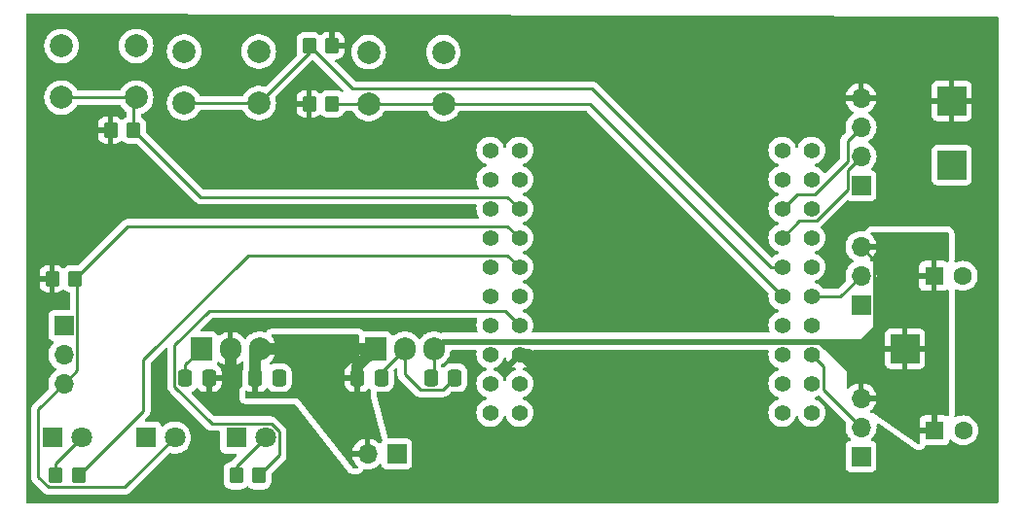
<source format=gbr>
%TF.GenerationSoftware,KiCad,Pcbnew,8.0.6*%
%TF.CreationDate,2024-11-19T15:42:44-05:00*%
%TF.ProjectId,airflow_device,61697266-6c6f-4775-9f64-65766963652e,rev?*%
%TF.SameCoordinates,Original*%
%TF.FileFunction,Copper,L1,Top*%
%TF.FilePolarity,Positive*%
%FSLAX46Y46*%
G04 Gerber Fmt 4.6, Leading zero omitted, Abs format (unit mm)*
G04 Created by KiCad (PCBNEW 8.0.6) date 2024-11-19 15:42:44*
%MOMM*%
%LPD*%
G01*
G04 APERTURE LIST*
G04 Aperture macros list*
%AMRoundRect*
0 Rectangle with rounded corners*
0 $1 Rounding radius*
0 $2 $3 $4 $5 $6 $7 $8 $9 X,Y pos of 4 corners*
0 Add a 4 corners polygon primitive as box body*
4,1,4,$2,$3,$4,$5,$6,$7,$8,$9,$2,$3,0*
0 Add four circle primitives for the rounded corners*
1,1,$1+$1,$2,$3*
1,1,$1+$1,$4,$5*
1,1,$1+$1,$6,$7*
1,1,$1+$1,$8,$9*
0 Add four rect primitives between the rounded corners*
20,1,$1+$1,$2,$3,$4,$5,0*
20,1,$1+$1,$4,$5,$6,$7,0*
20,1,$1+$1,$6,$7,$8,$9,0*
20,1,$1+$1,$8,$9,$2,$3,0*%
G04 Aperture macros list end*
%TA.AperFunction,ComponentPad*%
%ADD10C,1.400000*%
%TD*%
%TA.AperFunction,SMDPad,CuDef*%
%ADD11R,2.500000X2.500000*%
%TD*%
%TA.AperFunction,ComponentPad*%
%ADD12R,1.600000X1.600000*%
%TD*%
%TA.AperFunction,ComponentPad*%
%ADD13C,1.600000*%
%TD*%
%TA.AperFunction,SMDPad,CuDef*%
%ADD14RoundRect,0.250000X0.337500X0.475000X-0.337500X0.475000X-0.337500X-0.475000X0.337500X-0.475000X0*%
%TD*%
%TA.AperFunction,SMDPad,CuDef*%
%ADD15RoundRect,0.250000X-0.350000X-0.450000X0.350000X-0.450000X0.350000X0.450000X-0.350000X0.450000X0*%
%TD*%
%TA.AperFunction,ComponentPad*%
%ADD16R,1.800000X1.800000*%
%TD*%
%TA.AperFunction,ComponentPad*%
%ADD17C,1.800000*%
%TD*%
%TA.AperFunction,ComponentPad*%
%ADD18R,1.905000X2.000000*%
%TD*%
%TA.AperFunction,ComponentPad*%
%ADD19O,1.905000X2.000000*%
%TD*%
%TA.AperFunction,SMDPad,CuDef*%
%ADD20RoundRect,0.250000X0.350000X0.450000X-0.350000X0.450000X-0.350000X-0.450000X0.350000X-0.450000X0*%
%TD*%
%TA.AperFunction,ComponentPad*%
%ADD21C,2.000000*%
%TD*%
%TA.AperFunction,ComponentPad*%
%ADD22R,1.700000X1.700000*%
%TD*%
%TA.AperFunction,ComponentPad*%
%ADD23O,1.700000X1.700000*%
%TD*%
%TA.AperFunction,SMDPad,CuDef*%
%ADD24RoundRect,0.250000X-0.337500X-0.475000X0.337500X-0.475000X0.337500X0.475000X-0.337500X0.475000X0*%
%TD*%
%TA.AperFunction,ViaPad*%
%ADD25C,0.800000*%
%TD*%
%TA.AperFunction,Conductor*%
%ADD26C,0.250000*%
%TD*%
%TA.AperFunction,Conductor*%
%ADD27C,1.000000*%
%TD*%
G04 APERTURE END LIST*
D10*
%TO.P,U1,1,GND*%
%TO.N,GND*%
X115062000Y-81280000D03*
%TO.P,U1,2,RST*%
%TO.N,unconnected-(U1-RST-Pad2)*%
X117602000Y-81280000D03*
%TO.P,U1,3,NC*%
%TO.N,unconnected-(U1-NC-Pad3)*%
X115062000Y-83820000D03*
%TO.P,U1,4,IO_36/SVP/A0*%
%TO.N,unconnected-(U1-IO_36{slash}SVP{slash}A0-Pad4)*%
X117602000Y-83820000D03*
%TO.P,U1,5,IO_39/SVN*%
%TO.N,unconnected-(U1-IO_39{slash}SVN-Pad5)*%
X115062000Y-86360000D03*
%TO.P,U1,6,IO_26/D0*%
%TO.N,Net-(U1-IO_26{slash}D0)*%
X117602000Y-86360000D03*
%TO.P,U1,7,IO_35*%
%TO.N,unconnected-(U1-IO_35-Pad7)*%
X115062000Y-88900000D03*
%TO.P,U1,8,IO_18/D5*%
%TO.N,Net-(D1-A)*%
X117602000Y-88900000D03*
%TO.P,U1,9,IO_33*%
%TO.N,unconnected-(U1-IO_33-Pad9)*%
X115062000Y-91440000D03*
%TO.P,U1,10,IO_19/D6*%
%TO.N,Net-(U1-IO_19{slash}D6)*%
X117602000Y-91440000D03*
%TO.P,U1,11,IO_34*%
%TO.N,unconnected-(U1-IO_34-Pad11)*%
X115062000Y-93980000D03*
%TO.P,U1,12,IO_23/D7*%
%TO.N,unconnected-(U1-IO_23{slash}D7-Pad12)*%
X117602000Y-93980000D03*
%TO.P,U1,13,IO_14/TMS*%
%TO.N,unconnected-(U1-IO_14{slash}TMS-Pad13)*%
X115062000Y-96520000D03*
%TO.P,U1,14,IO_05/D8*%
%TO.N,Net-(U1-IO_05{slash}D8)*%
X117602000Y-96520000D03*
%TO.P,U1,15,NC*%
%TO.N,unconnected-(U1-NC-Pad15)*%
X115062000Y-99060000D03*
%TO.P,U1,16,3V3*%
%TO.N,/3v3*%
X117602000Y-99060000D03*
%TO.P,U1,17,IO_09/SD2*%
%TO.N,unconnected-(U1-IO_09{slash}SD2-Pad17)*%
X115062000Y-101600000D03*
%TO.P,U1,18,IO_13/TCK*%
%TO.N,unconnected-(U1-IO_13{slash}TCK-Pad18)*%
X117602000Y-101600000D03*
%TO.P,U1,19,CMD*%
%TO.N,unconnected-(U1-CMD-Pad19)*%
X115062000Y-104140000D03*
%TO.P,U1,20,IO_10/SD3*%
%TO.N,unconnected-(U1-IO_10{slash}SD3-Pad20)*%
X117602000Y-104140000D03*
%TO.P,U1,21,TXD*%
%TO.N,unconnected-(U1-TXD-Pad21)*%
X140462000Y-81280000D03*
%TO.P,U1,22,GND*%
%TO.N,GND*%
X143002000Y-81280000D03*
%TO.P,U1,23,RXD*%
%TO.N,unconnected-(U1-RXD-Pad23)*%
X140462000Y-83820000D03*
%TO.P,U1,24,IO_27*%
%TO.N,unconnected-(U1-IO_27-Pad24)*%
X143002000Y-83820000D03*
%TO.P,U1,25,IO_22/D1/SCL*%
%TO.N,/SCL*%
X140462000Y-86360000D03*
%TO.P,U1,26,IO_25*%
%TO.N,unconnected-(U1-IO_25-Pad26)*%
X143002000Y-86360000D03*
%TO.P,U1,27,IO_21/D2/SDA*%
%TO.N,/SDA*%
X140462000Y-88900000D03*
%TO.P,U1,28,IO_32*%
%TO.N,unconnected-(U1-IO_32-Pad28)*%
X143002000Y-88900000D03*
%TO.P,U1,29,IO_17/D3*%
%TO.N,Net-(U1-IO_17{slash}D3)*%
X140462000Y-91440000D03*
%TO.P,U1,30,IO_12/TDI*%
%TO.N,unconnected-(U1-IO_12{slash}TDI-Pad30)*%
X143002000Y-91440000D03*
%TO.P,U1,31,IO_16/D4*%
%TO.N,Net-(U1-IO_16{slash}D4)*%
X140462000Y-93980000D03*
%TO.P,U1,32,IO_04*%
%TO.N,Net-(J3-SIG)*%
X143002000Y-93980000D03*
%TO.P,U1,33,GND*%
%TO.N,GND*%
X140462000Y-96520000D03*
%TO.P,U1,34,IO_00*%
%TO.N,unconnected-(U1-IO_00-Pad34)*%
X143002000Y-96520000D03*
%TO.P,U1,35,VCC_(USB)*%
%TO.N,unconnected-(U1-VCC_(USB)-Pad35)*%
X140462000Y-99060000D03*
%TO.P,U1,36,IO_02*%
%TO.N,Net-(J2-SIG)*%
X143002000Y-99060000D03*
%TO.P,U1,37,TD0*%
%TO.N,unconnected-(U1-TD0-Pad37)*%
X140462000Y-101600000D03*
%TO.P,U1,38,SD1*%
%TO.N,unconnected-(U1-SD1-Pad38)*%
X143002000Y-101600000D03*
%TO.P,U1,39,SD0*%
%TO.N,unconnected-(U1-SD0-Pad39)*%
X140462000Y-104140000D03*
%TO.P,U1,40,CLK*%
%TO.N,unconnected-(U1-CLK-Pad40)*%
X143002000Y-104140000D03*
%TD*%
D11*
%TO.P,TP3,1,1*%
%TO.N,GND*%
X155194000Y-82550000D03*
%TD*%
%TO.P,TP2,1,1*%
%TO.N,/5V*%
X151130000Y-98552000D03*
%TD*%
%TO.P,TP1,1,1*%
%TO.N,/3v3*%
X155194000Y-76962000D03*
%TD*%
D12*
%TO.P,C6,2*%
%TO.N,/5V*%
X153710000Y-105664000D03*
D13*
%TO.P,C6,1*%
%TO.N,GND*%
X156210000Y-105664000D03*
%TD*%
D12*
%TO.P,C1,2*%
%TO.N,/5V*%
X153670000Y-92202000D03*
D13*
%TO.P,C1,1*%
%TO.N,GND*%
X156170000Y-92202000D03*
%TD*%
D14*
%TO.P,C5,1*%
%TO.N,/3v3*%
X90607000Y-101092000D03*
%TO.P,C5,2*%
%TO.N,GND*%
X88532000Y-101092000D03*
%TD*%
D15*
%TO.P,R6,1*%
%TO.N,/3v3*%
X76962000Y-92456000D03*
%TO.P,R6,2*%
%TO.N,Net-(D1-A)*%
X78962000Y-92456000D03*
%TD*%
D16*
%TO.P,D2,1,K*%
%TO.N,GND*%
X92964000Y-106299000D03*
D17*
%TO.P,D2,2,A*%
%TO.N,Net-(D2-A)*%
X95504000Y-106299000D03*
%TD*%
D18*
%TO.P,U2,1,GND*%
%TO.N,GND*%
X89916000Y-98552000D03*
D19*
%TO.P,U2,2,VO*%
%TO.N,/3v3*%
X92456000Y-98552000D03*
%TO.P,U2,3,VI*%
%TO.N,/BATT*%
X94996000Y-98552000D03*
%TD*%
D15*
%TO.P,R4,1*%
%TO.N,Net-(D2-A)*%
X92964000Y-109601000D03*
%TO.P,R4,2*%
%TO.N,Net-(U1-IO_05{slash}D8)*%
X94964000Y-109601000D03*
%TD*%
D20*
%TO.P,R2,1*%
%TO.N,/3v3*%
X101314000Y-72136000D03*
%TO.P,R2,2*%
%TO.N,Net-(U1-IO_17{slash}D3)*%
X99314000Y-72136000D03*
%TD*%
D15*
%TO.P,R5,1*%
%TO.N,Net-(D3-A)*%
X77248000Y-109601000D03*
%TO.P,R5,2*%
%TO.N,Net-(U1-IO_19{slash}D6)*%
X79248000Y-109601000D03*
%TD*%
D21*
%TO.P,SW2,1,1*%
%TO.N,GND*%
X88444000Y-72644000D03*
X94944000Y-72644000D03*
%TO.P,SW2,2,2*%
%TO.N,Net-(U1-IO_17{slash}D3)*%
X88444000Y-77144000D03*
X94944000Y-77144000D03*
%TD*%
%TO.P,SW4,1,1*%
%TO.N,GND*%
X77776000Y-72172000D03*
X84276000Y-72172000D03*
%TO.P,SW4,2,2*%
%TO.N,Net-(U1-IO_26{slash}D0)*%
X77776000Y-76672000D03*
X84276000Y-76672000D03*
%TD*%
D15*
%TO.P,R7,1*%
%TO.N,/3v3*%
X82042000Y-79502000D03*
%TO.P,R7,2*%
%TO.N,Net-(U1-IO_26{slash}D0)*%
X84042000Y-79502000D03*
%TD*%
D22*
%TO.P,J2,1,GND*%
%TO.N,GND*%
X147320000Y-107935000D03*
D23*
%TO.P,J2,2,SIG*%
%TO.N,Net-(J2-SIG)*%
X147320000Y-105395000D03*
%TO.P,J2,3,Vin*%
%TO.N,/5V*%
X147320000Y-102855000D03*
%TD*%
D22*
%TO.P,J4,1,GND*%
%TO.N,GND*%
X106934000Y-107696000D03*
D23*
%TO.P,J4,2,BATT*%
%TO.N,/BATT*%
X104394000Y-107696000D03*
%TD*%
D21*
%TO.P,SW3,1,1*%
%TO.N,GND*%
X104498000Y-72716000D03*
X110998000Y-72716000D03*
%TO.P,SW3,2,2*%
%TO.N,Net-(U1-IO_16{slash}D4)*%
X104498000Y-77216000D03*
X110998000Y-77216000D03*
%TD*%
D22*
%TO.P,J3,1,GND*%
%TO.N,GND*%
X147320000Y-94727000D03*
D23*
%TO.P,J3,2,SIG*%
%TO.N,Net-(J3-SIG)*%
X147320000Y-92187000D03*
%TO.P,J3,3,Vin*%
%TO.N,/5V*%
X147320000Y-89647000D03*
%TD*%
D24*
%TO.P,C2,1*%
%TO.N,/BATT*%
X103518000Y-101092000D03*
%TO.P,C2,2*%
%TO.N,GND*%
X105593000Y-101092000D03*
%TD*%
D22*
%TO.P,J1,1,GND*%
%TO.N,GND*%
X147320000Y-84328000D03*
D23*
%TO.P,J1,2,SDA*%
%TO.N,/SDA*%
X147320000Y-81788000D03*
%TO.P,J1,3,SCL*%
%TO.N,/SCL*%
X147320000Y-79248000D03*
%TO.P,J1,4,Vin*%
%TO.N,/3v3*%
X147320000Y-76708000D03*
%TD*%
D24*
%TO.P,C3,1*%
%TO.N,/5V*%
X109911000Y-101092000D03*
%TO.P,C3,2*%
%TO.N,GND*%
X111986000Y-101092000D03*
%TD*%
D16*
%TO.P,D3,1,K*%
%TO.N,GND*%
X76962000Y-106299000D03*
D17*
%TO.P,D3,2,A*%
%TO.N,Net-(D3-A)*%
X79502000Y-106299000D03*
%TD*%
D18*
%TO.P,U3,1,Vin*%
%TO.N,/BATT*%
X105085000Y-98552000D03*
D19*
%TO.P,U3,2,GND*%
%TO.N,GND*%
X107625000Y-98552000D03*
%TO.P,U3,3,Vout*%
%TO.N,/5V*%
X110165000Y-98552000D03*
%TD*%
D24*
%TO.P,C4,1*%
%TO.N,/BATT*%
X94628000Y-101092000D03*
%TO.P,C4,2*%
%TO.N,GND*%
X96703000Y-101092000D03*
%TD*%
D15*
%TO.P,R3,1*%
%TO.N,/3v3*%
X99314000Y-77216000D03*
%TO.P,R3,2*%
%TO.N,Net-(U1-IO_16{slash}D4)*%
X101314000Y-77216000D03*
%TD*%
D22*
%TO.P,SW1,1,A*%
%TO.N,unconnected-(SW1-A-Pad1)*%
X77978000Y-96520000D03*
D23*
%TO.P,SW1,2,B*%
%TO.N,GND*%
X77978000Y-99060000D03*
%TO.P,SW1,3,C*%
%TO.N,Net-(D1-A)*%
X77978000Y-101600000D03*
%TD*%
D16*
%TO.P,D1,1,K*%
%TO.N,GND*%
X85090000Y-106299000D03*
D17*
%TO.P,D1,2,A*%
%TO.N,Net-(D1-A)*%
X87630000Y-106299000D03*
%TD*%
D25*
%TO.N,GND*%
X155194000Y-82550000D03*
X96703000Y-101092000D03*
%TD*%
D26*
%TO.N,Net-(J3-SIG)*%
X145527000Y-93980000D02*
X147320000Y-92187000D01*
X143002000Y-93980000D02*
X145527000Y-93980000D01*
%TO.N,Net-(D1-A)*%
X75737000Y-103841000D02*
X77978000Y-101600000D01*
X75737000Y-109710100D02*
X75737000Y-103841000D01*
X76652900Y-110626000D02*
X75737000Y-109710100D01*
X83303000Y-110626000D02*
X76652900Y-110626000D01*
X87630000Y-106299000D02*
X83303000Y-110626000D01*
D27*
%TO.N,/3v3*%
X118364000Y-99060000D02*
X119126000Y-99822000D01*
X117602000Y-99060000D02*
X118364000Y-99060000D01*
%TO.N,/BATT*%
X103518000Y-100119000D02*
X105085000Y-98552000D01*
X103518000Y-101092000D02*
X103518000Y-100119000D01*
X94996000Y-98552000D02*
X105085000Y-98552000D01*
D26*
X94628000Y-98920000D02*
X94996000Y-98552000D01*
D27*
X94628000Y-101092000D02*
X94628000Y-98920000D01*
%TO.N,/3v3*%
X92456000Y-98552000D02*
X92456000Y-101092000D01*
D26*
%TO.N,Net-(D2-A)*%
X92964000Y-108839000D02*
X92964000Y-109601000D01*
X95504000Y-106299000D02*
X92964000Y-108839000D01*
%TO.N,Net-(D3-A)*%
X77248000Y-108553000D02*
X77248000Y-109601000D01*
X79502000Y-106299000D02*
X77248000Y-108553000D01*
%TO.N,/SCL*%
X143256000Y-85090000D02*
X141732000Y-85090000D01*
X147320000Y-79248000D02*
X146145000Y-80423000D01*
X146145000Y-82201000D02*
X143256000Y-85090000D01*
X146145000Y-80423000D02*
X146145000Y-82201000D01*
X141732000Y-85090000D02*
X140462000Y-86360000D01*
%TO.N,/SDA*%
X146145000Y-84666569D02*
X146145000Y-82963000D01*
X146145000Y-82963000D02*
X147320000Y-81788000D01*
X143426569Y-87385000D02*
X146145000Y-84666569D01*
X140462000Y-88900000D02*
X141977000Y-87385000D01*
X141977000Y-87385000D02*
X143426569Y-87385000D01*
%TO.N,Net-(U1-IO_19{slash}D6)*%
X79248000Y-109601000D02*
X84894000Y-103955000D01*
X84894000Y-103955000D02*
X84894000Y-99510000D01*
X84894000Y-99510000D02*
X93989000Y-90415000D01*
X93989000Y-90415000D02*
X116577000Y-90415000D01*
X116577000Y-90415000D02*
X117602000Y-91440000D01*
%TO.N,Net-(U1-IO_17{slash}D3)*%
X103069000Y-75891000D02*
X123923051Y-75891000D01*
X94944000Y-77144000D02*
X99314000Y-72774000D01*
X123923051Y-75891000D02*
X139472051Y-91440000D01*
X139472051Y-91440000D02*
X140462000Y-91440000D01*
X88444000Y-77144000D02*
X94944000Y-77144000D01*
X99314000Y-72136000D02*
X103069000Y-75891000D01*
X99314000Y-72774000D02*
X99314000Y-72136000D01*
%TO.N,Net-(U1-IO_16{slash}D4)*%
X123698000Y-77216000D02*
X140462000Y-93980000D01*
X110998000Y-77216000D02*
X104498000Y-77216000D01*
X101314000Y-77216000D02*
X104498000Y-77216000D01*
X110998000Y-77216000D02*
X123698000Y-77216000D01*
%TO.N,Net-(D1-A)*%
X116577000Y-87875000D02*
X117602000Y-88900000D01*
X77978000Y-101600000D02*
X79153000Y-100425000D01*
X83543000Y-87875000D02*
X116577000Y-87875000D01*
X79153000Y-92647000D02*
X78962000Y-92456000D01*
X79153000Y-100425000D02*
X79153000Y-92647000D01*
X78962000Y-92456000D02*
X83543000Y-87875000D01*
%TO.N,GND*%
X89916000Y-98552000D02*
X88532000Y-99936000D01*
X110936000Y-102142000D02*
X109000000Y-102142000D01*
X111986000Y-101092000D02*
X110936000Y-102142000D01*
X105593000Y-100584000D02*
X107625000Y-98552000D01*
X88532000Y-99936000D02*
X88532000Y-101092000D01*
X109000000Y-102142000D02*
X107625000Y-100767000D01*
X107625000Y-100767000D02*
X107625000Y-98552000D01*
X90170000Y-98552000D02*
X89916000Y-98552000D01*
X105593000Y-101092000D02*
X105593000Y-100584000D01*
%TO.N,/BATT*%
X94996000Y-100724000D02*
X94628000Y-101092000D01*
%TO.N,/5V*%
X148495000Y-96615000D02*
X148495000Y-90822000D01*
X110682000Y-98035000D02*
X110165000Y-98552000D01*
X110927000Y-97790000D02*
X110165000Y-98552000D01*
X143702081Y-98035000D02*
X147320000Y-101652919D01*
X148336000Y-96774000D02*
X148495000Y-96615000D01*
X148495000Y-90822000D02*
X147320000Y-89647000D01*
X147320000Y-102855000D02*
X147320000Y-101600000D01*
X147320000Y-97790000D02*
X148336000Y-96774000D01*
X143510000Y-97790000D02*
X147320000Y-97790000D01*
X147320000Y-101652919D02*
X147320000Y-102855000D01*
X110165000Y-100838000D02*
X109911000Y-101092000D01*
X147320000Y-101600000D02*
X143510000Y-97790000D01*
X143011000Y-98035000D02*
X143702081Y-98035000D01*
X143510000Y-97790000D02*
X110927000Y-97790000D01*
X110165000Y-98552000D02*
X110165000Y-100838000D01*
X143011000Y-98035000D02*
X110682000Y-98035000D01*
%TO.N,Net-(J2-SIG)*%
X144027000Y-102102000D02*
X144027000Y-100085000D01*
X144027000Y-100085000D02*
X143002000Y-99060000D01*
X147320000Y-105395000D02*
X144027000Y-102102000D01*
%TO.N,unconnected-(U1-IO_00-Pad34)*%
X143002000Y-96505000D02*
X143002000Y-96520000D01*
%TO.N,Net-(U1-IO_05{slash}D8)*%
X90850000Y-105074000D02*
X87619500Y-101843500D01*
X94964000Y-109601000D02*
X96729000Y-107836000D01*
X96729000Y-107836000D02*
X96729000Y-105791588D01*
X116332000Y-95250000D02*
X117602000Y-96520000D01*
X90615500Y-95250000D02*
X116332000Y-95250000D01*
X96729000Y-105791588D02*
X96011412Y-105074000D01*
X96011412Y-105074000D02*
X90850000Y-105074000D01*
X87619500Y-98246000D02*
X90615500Y-95250000D01*
X87619500Y-101843500D02*
X87619500Y-98246000D01*
%TO.N,Net-(U1-IO_26{slash}D0)*%
X84042000Y-79502000D02*
X84042000Y-76906000D01*
X84276000Y-76672000D02*
X77776000Y-76672000D01*
X84042000Y-76906000D02*
X84276000Y-76672000D01*
X89875000Y-85335000D02*
X116577000Y-85335000D01*
X116577000Y-85335000D02*
X117602000Y-86360000D01*
X84042000Y-79502000D02*
X89875000Y-85335000D01*
%TD*%
%TA.AperFunction,Conductor*%
%TO.N,/3v3*%
G36*
X117202000Y-99112661D02*
G01*
X117229259Y-99214394D01*
X117281920Y-99305606D01*
X117356394Y-99380080D01*
X117447606Y-99432741D01*
X117549339Y-99460000D01*
X117555553Y-99460000D01*
X116948672Y-100066879D01*
X116948672Y-100066880D01*
X117064821Y-100138797D01*
X117064822Y-100138798D01*
X117259213Y-100214105D01*
X117314614Y-100256678D01*
X117338205Y-100322445D01*
X117322494Y-100390525D01*
X117272470Y-100439304D01*
X117259213Y-100445359D01*
X117064601Y-100520751D01*
X117064595Y-100520754D01*
X116875439Y-100637874D01*
X116875437Y-100637876D01*
X116711020Y-100787761D01*
X116576943Y-100965308D01*
X116576938Y-100965316D01*
X116477775Y-101164461D01*
X116477769Y-101164476D01*
X116451266Y-101257627D01*
X116413987Y-101316721D01*
X116350677Y-101346278D01*
X116281438Y-101336916D01*
X116228251Y-101291606D01*
X116212734Y-101257627D01*
X116186230Y-101164476D01*
X116186229Y-101164472D01*
X116172223Y-101136344D01*
X116087061Y-100965316D01*
X116087056Y-100965308D01*
X115952979Y-100787761D01*
X115788562Y-100637876D01*
X115788560Y-100637874D01*
X115599404Y-100520754D01*
X115599395Y-100520750D01*
X115501704Y-100482905D01*
X115405475Y-100445625D01*
X115350075Y-100403054D01*
X115326484Y-100337288D01*
X115342195Y-100269207D01*
X115392219Y-100220428D01*
X115405466Y-100214377D01*
X115599401Y-100139247D01*
X115788562Y-100022124D01*
X115952981Y-99872236D01*
X116087058Y-99694689D01*
X116186229Y-99495528D01*
X116212995Y-99401455D01*
X116250272Y-99342367D01*
X116313581Y-99312809D01*
X116382821Y-99322171D01*
X116436007Y-99367480D01*
X116451525Y-99401460D01*
X116478236Y-99495342D01*
X116478239Y-99495348D01*
X116577369Y-99694428D01*
X116593137Y-99715308D01*
X116593138Y-99715308D01*
X117202000Y-99106446D01*
X117202000Y-99112661D01*
G37*
%TD.AperFunction*%
%TA.AperFunction,Conductor*%
G36*
X113908598Y-95895185D02*
G01*
X113954353Y-95947989D01*
X113964297Y-96017147D01*
X113952560Y-96054771D01*
X113937774Y-96084465D01*
X113937769Y-96084476D01*
X113876885Y-96298462D01*
X113876884Y-96298464D01*
X113856357Y-96519999D01*
X113856357Y-96520000D01*
X113876884Y-96741535D01*
X113876885Y-96741537D01*
X113937769Y-96955523D01*
X113937774Y-96955534D01*
X113952560Y-96985229D01*
X113964820Y-97054015D01*
X113937946Y-97118509D01*
X113880470Y-97158237D01*
X113841559Y-97164500D01*
X110865394Y-97164500D01*
X110814218Y-97174678D01*
X110744626Y-97168449D01*
X110733738Y-97163546D01*
X110722757Y-97157951D01*
X110505247Y-97087278D01*
X110354651Y-97063426D01*
X110279354Y-97051500D01*
X110050646Y-97051500D01*
X109975349Y-97063426D01*
X109824753Y-97087278D01*
X109824750Y-97087278D01*
X109607244Y-97157950D01*
X109403461Y-97261783D01*
X109299194Y-97337538D01*
X109218434Y-97396214D01*
X109218432Y-97396216D01*
X109218431Y-97396216D01*
X109056715Y-97557932D01*
X108995318Y-97642438D01*
X108939987Y-97685103D01*
X108870374Y-97691082D01*
X108808579Y-97658476D01*
X108794682Y-97642438D01*
X108772806Y-97612328D01*
X108733286Y-97557934D01*
X108571566Y-97396214D01*
X108386538Y-97261783D01*
X108182755Y-97157950D01*
X107965248Y-97087278D01*
X107795826Y-97060444D01*
X107739354Y-97051500D01*
X107510646Y-97051500D01*
X107435349Y-97063426D01*
X107284753Y-97087278D01*
X107284750Y-97087278D01*
X107067244Y-97157950D01*
X106863461Y-97261783D01*
X106680759Y-97394525D01*
X106614952Y-97418005D01*
X106546898Y-97402180D01*
X106498203Y-97352074D01*
X106491690Y-97337538D01*
X106481296Y-97309669D01*
X106481293Y-97309664D01*
X106395047Y-97194455D01*
X106395044Y-97194452D01*
X106279835Y-97108206D01*
X106279828Y-97108202D01*
X106144982Y-97057908D01*
X106144983Y-97057908D01*
X106085383Y-97051501D01*
X106085381Y-97051500D01*
X106085373Y-97051500D01*
X106085365Y-97051500D01*
X104096717Y-97051500D01*
X104029678Y-97031815D01*
X104003004Y-97008703D01*
X103970036Y-96970656D01*
X103970033Y-96970653D01*
X103861299Y-96876433D01*
X103861296Y-96876431D01*
X103861294Y-96876430D01*
X103730428Y-96816664D01*
X103730423Y-96816662D01*
X103730422Y-96816662D01*
X103663383Y-96796977D01*
X103663385Y-96796977D01*
X103663380Y-96796976D01*
X103615907Y-96790150D01*
X103520963Y-96776500D01*
X96127007Y-96776500D01*
X96126988Y-96776500D01*
X96109005Y-96776820D01*
X96101360Y-96777093D01*
X96100115Y-96777138D01*
X96100111Y-96777138D01*
X96100089Y-96777139D01*
X96082103Y-96778103D01*
X96082088Y-96778105D01*
X95941512Y-96808686D01*
X95941507Y-96808687D01*
X95941506Y-96808688D01*
X95925680Y-96814590D01*
X95876040Y-96833105D01*
X95876036Y-96833107D01*
X95749768Y-96902055D01*
X95648030Y-97003789D01*
X95648024Y-97003796D01*
X95606221Y-97059638D01*
X95606152Y-97059730D01*
X95606147Y-97059736D01*
X95602008Y-97067317D01*
X95552602Y-97116721D01*
X95484328Y-97131571D01*
X95454860Y-97125818D01*
X95336247Y-97087278D01*
X95185651Y-97063426D01*
X95110354Y-97051500D01*
X94881646Y-97051500D01*
X94806349Y-97063426D01*
X94655753Y-97087278D01*
X94655750Y-97087278D01*
X94438244Y-97157950D01*
X94234461Y-97261783D01*
X94130194Y-97337538D01*
X94049434Y-97396214D01*
X94049432Y-97396216D01*
X94049431Y-97396216D01*
X93887716Y-97557931D01*
X93887709Y-97557940D01*
X93826007Y-97642864D01*
X93770677Y-97685530D01*
X93701063Y-97691508D01*
X93639269Y-97658901D01*
X93625372Y-97642863D01*
X93563907Y-97558263D01*
X93563902Y-97558257D01*
X93402242Y-97396597D01*
X93217276Y-97262211D01*
X93013568Y-97158417D01*
X92796124Y-97087765D01*
X92706000Y-97073490D01*
X92706000Y-98061252D01*
X92668292Y-98039482D01*
X92528409Y-98002000D01*
X92383591Y-98002000D01*
X92243708Y-98039482D01*
X92206000Y-98061252D01*
X92206000Y-97073490D01*
X92205999Y-97073490D01*
X92115875Y-97087765D01*
X91898431Y-97158417D01*
X91694719Y-97262213D01*
X91511939Y-97395010D01*
X91446132Y-97418490D01*
X91378079Y-97402664D01*
X91329384Y-97352558D01*
X91322875Y-97338033D01*
X91312296Y-97309669D01*
X91312295Y-97309667D01*
X91312293Y-97309664D01*
X91226047Y-97194455D01*
X91226044Y-97194452D01*
X91110835Y-97108206D01*
X91110828Y-97108202D01*
X90975982Y-97057908D01*
X90975983Y-97057908D01*
X90916383Y-97051501D01*
X90916381Y-97051500D01*
X90916373Y-97051500D01*
X90916365Y-97051500D01*
X89997951Y-97051500D01*
X89930912Y-97031815D01*
X89885157Y-96979011D01*
X89875213Y-96909853D01*
X89904238Y-96846297D01*
X89910270Y-96839819D01*
X90357861Y-96392229D01*
X90838271Y-95911819D01*
X90899594Y-95878334D01*
X90925952Y-95875500D01*
X113841559Y-95875500D01*
X113908598Y-95895185D01*
G37*
%TD.AperFunction*%
%TA.AperFunction,Conductor*%
G36*
X159134374Y-69595628D02*
G01*
X159201352Y-69615513D01*
X159246949Y-69668454D01*
X159258000Y-69719627D01*
X159258000Y-111890000D01*
X159238315Y-111957039D01*
X159185511Y-112002794D01*
X159134000Y-112014000D01*
X74800000Y-112014000D01*
X74732961Y-111994315D01*
X74687206Y-111941511D01*
X74676000Y-111890000D01*
X74676000Y-103779391D01*
X75111500Y-103779391D01*
X75111500Y-109771711D01*
X75135535Y-109892544D01*
X75135540Y-109892561D01*
X75182685Y-110006380D01*
X75182690Y-110006389D01*
X75216914Y-110057607D01*
X75216915Y-110057609D01*
X75251141Y-110108833D01*
X75342586Y-110200278D01*
X75342608Y-110200298D01*
X76163916Y-111021606D01*
X76163945Y-111021637D01*
X76254163Y-111111855D01*
X76254167Y-111111858D01*
X76356607Y-111180307D01*
X76356611Y-111180309D01*
X76356614Y-111180311D01*
X76470448Y-111227463D01*
X76530871Y-111239481D01*
X76591293Y-111251500D01*
X83364607Y-111251500D01*
X83425029Y-111239481D01*
X83485452Y-111227463D01*
X83485455Y-111227461D01*
X83485458Y-111227461D01*
X83518787Y-111213654D01*
X83518786Y-111213654D01*
X83518792Y-111213652D01*
X83599286Y-111180312D01*
X83650509Y-111146084D01*
X83701733Y-111111858D01*
X83788858Y-111024733D01*
X83788859Y-111024731D01*
X83795925Y-111017665D01*
X83795928Y-111017661D01*
X87131480Y-107682108D01*
X87192801Y-107648625D01*
X87259420Y-107652509D01*
X87285019Y-107661298D01*
X87513951Y-107699500D01*
X87513952Y-107699500D01*
X87746048Y-107699500D01*
X87746049Y-107699500D01*
X87974981Y-107661298D01*
X88194503Y-107585936D01*
X88398626Y-107475470D01*
X88581784Y-107332913D01*
X88738979Y-107162153D01*
X88865924Y-106967849D01*
X88959157Y-106755300D01*
X89016134Y-106530305D01*
X89016135Y-106530297D01*
X89035300Y-106299006D01*
X89035300Y-106298993D01*
X89016135Y-106067702D01*
X89016133Y-106067691D01*
X88959157Y-105842699D01*
X88865924Y-105630151D01*
X88738983Y-105435852D01*
X88738980Y-105435849D01*
X88738979Y-105435847D01*
X88581784Y-105265087D01*
X88581779Y-105265083D01*
X88581777Y-105265081D01*
X88398634Y-105122535D01*
X88398628Y-105122531D01*
X88194504Y-105012064D01*
X88194495Y-105012061D01*
X87974984Y-104936702D01*
X87784450Y-104904908D01*
X87746049Y-104898500D01*
X87513951Y-104898500D01*
X87475550Y-104904908D01*
X87285015Y-104936702D01*
X87065504Y-105012061D01*
X87065495Y-105012064D01*
X86861371Y-105122531D01*
X86861365Y-105122535D01*
X86678222Y-105265081D01*
X86678218Y-105265085D01*
X86669866Y-105274158D01*
X86609979Y-105310148D01*
X86540141Y-105308047D01*
X86482525Y-105268522D01*
X86462455Y-105233507D01*
X86433797Y-105156671D01*
X86433793Y-105156664D01*
X86347547Y-105041455D01*
X86347544Y-105041452D01*
X86232335Y-104955206D01*
X86232328Y-104955202D01*
X86097482Y-104904908D01*
X86097483Y-104904908D01*
X86037883Y-104898501D01*
X86037881Y-104898500D01*
X86037873Y-104898500D01*
X86037865Y-104898500D01*
X85134451Y-104898500D01*
X85067412Y-104878815D01*
X85021657Y-104826011D01*
X85011713Y-104756853D01*
X85040738Y-104693297D01*
X85046770Y-104686819D01*
X85158066Y-104575523D01*
X85292729Y-104440860D01*
X85292733Y-104440858D01*
X85379858Y-104353733D01*
X85448311Y-104251286D01*
X85448312Y-104251285D01*
X85475932Y-104184603D01*
X85495463Y-104137452D01*
X85510119Y-104063770D01*
X85517029Y-104029035D01*
X85519499Y-104016610D01*
X85519500Y-104016608D01*
X85519500Y-99820452D01*
X85539185Y-99753413D01*
X85555819Y-99732771D01*
X86782319Y-98506271D01*
X86843642Y-98472786D01*
X86913334Y-98477770D01*
X86969267Y-98519642D01*
X86993684Y-98585106D01*
X86994000Y-98593952D01*
X86994000Y-101905106D01*
X87018037Y-102025952D01*
X87019741Y-102030065D01*
X87022005Y-102035530D01*
X87022006Y-102035534D01*
X87065185Y-102139780D01*
X87065187Y-102139783D01*
X87065188Y-102139786D01*
X87078502Y-102159712D01*
X87088072Y-102174033D01*
X87088073Y-102174035D01*
X87133641Y-102242232D01*
X87133644Y-102242236D01*
X87225086Y-102333678D01*
X87225108Y-102333698D01*
X90361016Y-105469606D01*
X90361045Y-105469637D01*
X90451264Y-105559856D01*
X90451267Y-105559858D01*
X90525017Y-105609136D01*
X90553715Y-105628312D01*
X90620396Y-105655931D01*
X90620398Y-105655933D01*
X90660640Y-105672601D01*
X90667548Y-105675463D01*
X90697583Y-105681437D01*
X90724679Y-105686827D01*
X90724699Y-105686830D01*
X90724721Y-105686835D01*
X90788391Y-105699499D01*
X90788392Y-105699500D01*
X90788393Y-105699500D01*
X90788394Y-105699500D01*
X91439500Y-105699500D01*
X91506539Y-105719185D01*
X91552294Y-105771989D01*
X91563500Y-105823500D01*
X91563500Y-107246870D01*
X91563501Y-107246876D01*
X91569908Y-107306483D01*
X91620202Y-107441328D01*
X91620206Y-107441335D01*
X91706452Y-107556544D01*
X91706455Y-107556547D01*
X91821664Y-107642793D01*
X91821671Y-107642797D01*
X91956517Y-107693091D01*
X91956516Y-107693091D01*
X91963444Y-107693835D01*
X92016127Y-107699500D01*
X92919547Y-107699499D01*
X92986586Y-107719183D01*
X93032341Y-107771987D01*
X93042285Y-107841146D01*
X93013260Y-107904702D01*
X93007228Y-107911180D01*
X92565269Y-108353140D01*
X92565266Y-108353143D01*
X92543856Y-108374552D01*
X92482532Y-108408036D01*
X92468779Y-108410227D01*
X92461201Y-108411001D01*
X92294668Y-108466185D01*
X92294663Y-108466187D01*
X92145342Y-108558289D01*
X92021289Y-108682342D01*
X91929187Y-108831663D01*
X91929185Y-108831668D01*
X91909033Y-108892483D01*
X91874001Y-108998203D01*
X91874001Y-108998204D01*
X91874000Y-108998204D01*
X91863500Y-109100983D01*
X91863500Y-110101001D01*
X91863501Y-110101019D01*
X91874000Y-110203796D01*
X91874001Y-110203799D01*
X91929185Y-110370331D01*
X91929186Y-110370334D01*
X92021288Y-110519656D01*
X92145344Y-110643712D01*
X92294666Y-110735814D01*
X92461203Y-110790999D01*
X92563991Y-110801500D01*
X93364008Y-110801499D01*
X93364016Y-110801498D01*
X93364019Y-110801498D01*
X93420302Y-110795748D01*
X93466797Y-110790999D01*
X93633334Y-110735814D01*
X93782656Y-110643712D01*
X93876319Y-110550049D01*
X93937642Y-110516564D01*
X94007334Y-110521548D01*
X94051681Y-110550049D01*
X94145344Y-110643712D01*
X94294666Y-110735814D01*
X94461203Y-110790999D01*
X94563991Y-110801500D01*
X95364008Y-110801499D01*
X95364016Y-110801498D01*
X95364019Y-110801498D01*
X95420302Y-110795748D01*
X95466797Y-110790999D01*
X95633334Y-110735814D01*
X95782656Y-110643712D01*
X95906712Y-110519656D01*
X95998814Y-110370334D01*
X96053999Y-110203797D01*
X96064500Y-110101009D01*
X96064499Y-109436450D01*
X96084183Y-109369412D01*
X96100813Y-109348775D01*
X97127729Y-108321860D01*
X97127733Y-108321858D01*
X97214858Y-108234733D01*
X97283311Y-108132286D01*
X97283312Y-108132285D01*
X97283313Y-108132282D01*
X97283315Y-108132279D01*
X97293672Y-108107272D01*
X97330463Y-108018451D01*
X97354500Y-107897607D01*
X97354500Y-107774393D01*
X97354500Y-105859329D01*
X97354501Y-105859308D01*
X97354501Y-105729979D01*
X97330463Y-105609137D01*
X97330462Y-105609135D01*
X97317338Y-105577451D01*
X97317336Y-105577446D01*
X97310052Y-105559859D01*
X97283313Y-105495305D01*
X97283308Y-105495296D01*
X97214858Y-105392855D01*
X97214855Y-105392851D01*
X96504340Y-104682338D01*
X96504337Y-104682334D01*
X96504337Y-104682335D01*
X96497270Y-104675268D01*
X96497270Y-104675267D01*
X96410145Y-104588142D01*
X96346427Y-104545567D01*
X96307697Y-104519687D01*
X96267451Y-104503017D01*
X96227204Y-104486347D01*
X96193864Y-104472537D01*
X96193860Y-104472536D01*
X96193856Y-104472535D01*
X96114137Y-104456678D01*
X96114136Y-104456678D01*
X96073023Y-104448500D01*
X96073019Y-104448500D01*
X96073018Y-104448500D01*
X91160452Y-104448500D01*
X91093413Y-104428815D01*
X91072771Y-104412181D01*
X89123357Y-102462767D01*
X89089872Y-102401444D01*
X89094856Y-102331752D01*
X89136728Y-102275819D01*
X89172029Y-102257382D01*
X89188834Y-102251814D01*
X89338156Y-102159712D01*
X89462212Y-102035656D01*
X89464252Y-102032347D01*
X89466245Y-102030555D01*
X89466693Y-102029989D01*
X89466789Y-102030065D01*
X89516194Y-101985623D01*
X89585156Y-101974395D01*
X89649240Y-102002234D01*
X89675329Y-102032339D01*
X89677181Y-102035341D01*
X89677183Y-102035344D01*
X89801154Y-102159315D01*
X89950375Y-102251356D01*
X89950380Y-102251358D01*
X90116802Y-102306505D01*
X90116809Y-102306506D01*
X90219519Y-102316999D01*
X90356999Y-102316999D01*
X90857000Y-102316999D01*
X90994472Y-102316999D01*
X90994486Y-102316998D01*
X91097197Y-102306505D01*
X91263619Y-102251358D01*
X91263624Y-102251356D01*
X91412845Y-102159315D01*
X91536815Y-102035345D01*
X91628856Y-101886124D01*
X91628858Y-101886119D01*
X91684005Y-101719697D01*
X91684006Y-101719690D01*
X91694499Y-101616986D01*
X91694500Y-101616973D01*
X91694500Y-101342000D01*
X90857000Y-101342000D01*
X90857000Y-102316999D01*
X90356999Y-102316999D01*
X90357000Y-102316998D01*
X90357000Y-100966000D01*
X90376685Y-100898961D01*
X90429489Y-100853206D01*
X90481000Y-100842000D01*
X91694499Y-100842000D01*
X91694499Y-100567028D01*
X91694498Y-100567013D01*
X91684005Y-100464302D01*
X91628858Y-100297880D01*
X91628856Y-100297875D01*
X91536815Y-100148654D01*
X91412845Y-100024684D01*
X91341569Y-99980721D01*
X91294845Y-99928773D01*
X91283622Y-99859811D01*
X91307401Y-99800868D01*
X91312296Y-99794331D01*
X91322872Y-99765974D01*
X91364740Y-99710041D01*
X91430204Y-99685622D01*
X91498477Y-99700472D01*
X91511940Y-99708988D01*
X91694723Y-99841788D01*
X91898429Y-99945582D01*
X92115871Y-100016234D01*
X92206000Y-100030509D01*
X92206000Y-99042747D01*
X92243708Y-99064518D01*
X92383591Y-99102000D01*
X92528409Y-99102000D01*
X92668292Y-99064518D01*
X92706000Y-99042747D01*
X92706000Y-100030508D01*
X92796128Y-100016234D01*
X93013570Y-99945582D01*
X93217276Y-99841788D01*
X93402242Y-99707402D01*
X93415819Y-99693826D01*
X93477142Y-99660341D01*
X93546834Y-99665325D01*
X93602767Y-99707197D01*
X93627184Y-99772661D01*
X93627500Y-99781507D01*
X93627500Y-100227134D01*
X93609041Y-100292225D01*
X93606688Y-100296039D01*
X93605685Y-100297667D01*
X93574827Y-100390793D01*
X93550501Y-100464203D01*
X93550501Y-100464204D01*
X93550500Y-100464204D01*
X93540000Y-100566983D01*
X93540000Y-101617001D01*
X93540001Y-101617019D01*
X93547957Y-101694899D01*
X93535187Y-101763592D01*
X93491640Y-101811814D01*
X93467466Y-101827350D01*
X93467451Y-101827361D01*
X93414659Y-101873105D01*
X93320433Y-101981846D01*
X93320430Y-101981850D01*
X93260664Y-102112716D01*
X93240976Y-102179764D01*
X93230617Y-102251814D01*
X93220500Y-102322182D01*
X93220500Y-102746000D01*
X93220501Y-102746009D01*
X93232052Y-102853450D01*
X93232054Y-102853462D01*
X93243260Y-102904972D01*
X93277383Y-103007497D01*
X93277386Y-103007503D01*
X93355171Y-103128537D01*
X93355179Y-103128548D01*
X93400923Y-103181340D01*
X93400926Y-103181343D01*
X93400930Y-103181347D01*
X93509664Y-103275567D01*
X93509667Y-103275568D01*
X93509668Y-103275569D01*
X93623956Y-103327764D01*
X93640541Y-103335338D01*
X93707580Y-103355023D01*
X93707584Y-103355024D01*
X93850000Y-103375500D01*
X97993467Y-103375500D01*
X98060506Y-103395185D01*
X98090689Y-103422533D01*
X100551009Y-106530305D01*
X100793148Y-106836165D01*
X102690431Y-109232732D01*
X102747349Y-109293569D01*
X102777532Y-109320917D01*
X102843652Y-109371567D01*
X102843655Y-109371568D01*
X102843658Y-109371570D01*
X102901596Y-109398030D01*
X102974529Y-109431338D01*
X103041568Y-109451023D01*
X103041572Y-109451024D01*
X103183988Y-109471500D01*
X103183991Y-109471500D01*
X103460805Y-109471500D01*
X103460818Y-109471500D01*
X103522808Y-109467685D01*
X103552995Y-109463955D01*
X103614069Y-109452561D01*
X103708690Y-109413808D01*
X103747206Y-109398034D01*
X103747207Y-109398032D01*
X103747215Y-109398030D01*
X103807445Y-109362617D01*
X103919830Y-109272787D01*
X104002359Y-109154930D01*
X104031110Y-109098060D01*
X104078922Y-109047116D01*
X104146690Y-109030107D01*
X104153180Y-109030807D01*
X104153199Y-109030591D01*
X104158591Y-109031062D01*
X104158592Y-109031063D01*
X104309859Y-109044297D01*
X104393999Y-109051659D01*
X104394000Y-109051659D01*
X104394001Y-109051659D01*
X104433234Y-109048226D01*
X104629408Y-109031063D01*
X104857663Y-108969903D01*
X105071830Y-108870035D01*
X105265401Y-108734495D01*
X105387329Y-108612566D01*
X105448648Y-108579084D01*
X105518340Y-108584068D01*
X105574274Y-108625939D01*
X105591189Y-108656917D01*
X105640202Y-108788328D01*
X105640206Y-108788335D01*
X105726452Y-108903544D01*
X105726455Y-108903547D01*
X105841664Y-108989793D01*
X105841671Y-108989797D01*
X105976517Y-109040091D01*
X105976516Y-109040091D01*
X105983444Y-109040835D01*
X106036127Y-109046500D01*
X107831872Y-109046499D01*
X107891483Y-109040091D01*
X108026331Y-108989796D01*
X108141546Y-108903546D01*
X108227796Y-108788331D01*
X108278091Y-108653483D01*
X108284500Y-108593873D01*
X108284499Y-106798128D01*
X108278091Y-106738517D01*
X108273965Y-106727455D01*
X108227797Y-106603671D01*
X108227793Y-106603664D01*
X108141547Y-106488455D01*
X108141544Y-106488452D01*
X108026335Y-106402206D01*
X108026328Y-106402202D01*
X107891482Y-106351908D01*
X107891483Y-106351908D01*
X107831883Y-106345501D01*
X107831881Y-106345500D01*
X107831873Y-106345500D01*
X107831865Y-106345500D01*
X106260964Y-106345500D01*
X106193925Y-106325815D01*
X106148170Y-106273011D01*
X106141150Y-106253447D01*
X106136262Y-106235115D01*
X106136259Y-106235107D01*
X106132840Y-106222284D01*
X105184835Y-102667263D01*
X105184835Y-102667262D01*
X105157687Y-102565456D01*
X105153500Y-102533506D01*
X105153500Y-102441499D01*
X105173185Y-102374460D01*
X105225989Y-102328705D01*
X105277495Y-102317499D01*
X105980508Y-102317499D01*
X105980516Y-102317498D01*
X105980519Y-102317498D01*
X106036802Y-102311748D01*
X106083297Y-102306999D01*
X106249834Y-102251814D01*
X106399156Y-102159712D01*
X106523212Y-102035656D01*
X106615314Y-101886334D01*
X106670499Y-101719797D01*
X106681000Y-101617009D01*
X106680999Y-100566992D01*
X106680438Y-100561505D01*
X106669811Y-100457467D01*
X106672698Y-100457172D01*
X106676900Y-100400359D01*
X106705292Y-100356297D01*
X106787822Y-100273767D01*
X106849143Y-100240285D01*
X106918834Y-100245269D01*
X106974768Y-100287141D01*
X106999184Y-100352606D01*
X106999500Y-100361451D01*
X106999500Y-100828606D01*
X107012476Y-100893841D01*
X107023537Y-100949453D01*
X107033912Y-100974499D01*
X107033912Y-100974500D01*
X107070684Y-101063278D01*
X107070687Y-101063284D01*
X107082560Y-101081052D01*
X107082561Y-101081054D01*
X107139140Y-101165731D01*
X107139141Y-101165732D01*
X107139142Y-101165733D01*
X107226267Y-101252858D01*
X107226268Y-101252858D01*
X107233335Y-101259925D01*
X107233334Y-101259925D01*
X107233338Y-101259928D01*
X108601263Y-102627855D01*
X108601267Y-102627858D01*
X108703710Y-102696309D01*
X108703711Y-102696309D01*
X108703715Y-102696312D01*
X108770396Y-102723931D01*
X108770398Y-102723933D01*
X108810640Y-102740601D01*
X108817548Y-102743463D01*
X108830303Y-102746000D01*
X108884348Y-102756750D01*
X108938392Y-102767501D01*
X108938394Y-102767501D01*
X109067721Y-102767501D01*
X109067741Y-102767500D01*
X110997607Y-102767500D01*
X111058029Y-102755481D01*
X111118452Y-102743463D01*
X111156990Y-102727500D01*
X111232286Y-102696312D01*
X111292150Y-102656311D01*
X111334733Y-102627858D01*
X111421858Y-102540733D01*
X111421859Y-102540731D01*
X111428925Y-102533665D01*
X111428928Y-102533661D01*
X111608771Y-102353818D01*
X111670094Y-102320333D01*
X111696452Y-102317499D01*
X112373502Y-102317499D01*
X112373508Y-102317499D01*
X112476297Y-102306999D01*
X112642834Y-102251814D01*
X112792156Y-102159712D01*
X112916212Y-102035656D01*
X113008314Y-101886334D01*
X113063499Y-101719797D01*
X113074000Y-101617009D01*
X113073999Y-100566992D01*
X113073438Y-100561505D01*
X113063499Y-100464203D01*
X113063498Y-100464200D01*
X113060962Y-100456547D01*
X113008314Y-100297666D01*
X112916212Y-100148344D01*
X112792156Y-100024288D01*
X112642834Y-99932186D01*
X112476297Y-99877001D01*
X112476295Y-99877000D01*
X112373510Y-99866500D01*
X111598498Y-99866500D01*
X111598480Y-99866501D01*
X111495703Y-99877000D01*
X111495700Y-99877001D01*
X111329168Y-99932185D01*
X111329163Y-99932187D01*
X111179842Y-100024289D01*
X111055785Y-100148346D01*
X111054037Y-100151182D01*
X111052329Y-100152717D01*
X111051307Y-100154011D01*
X111051085Y-100153836D01*
X111002089Y-100197905D01*
X110933126Y-100209126D01*
X110869044Y-100181282D01*
X110842963Y-100151182D01*
X110841214Y-100148346D01*
X110826819Y-100133951D01*
X110793334Y-100072628D01*
X110790500Y-100046270D01*
X110790500Y-99987518D01*
X110810185Y-99920479D01*
X110858204Y-99877034D01*
X110926538Y-99842217D01*
X111111566Y-99707786D01*
X111273286Y-99546066D01*
X111407717Y-99361038D01*
X111511548Y-99157258D01*
X111554801Y-99024140D01*
X111582221Y-98939749D01*
X111582221Y-98939748D01*
X111582222Y-98939745D01*
X111609883Y-98765101D01*
X111639812Y-98701967D01*
X111699124Y-98665036D01*
X111732356Y-98660500D01*
X113763318Y-98660500D01*
X113830357Y-98680185D01*
X113876112Y-98732989D01*
X113886056Y-98802147D01*
X113882584Y-98818435D01*
X113876884Y-98838464D01*
X113856357Y-99059999D01*
X113856357Y-99060000D01*
X113876884Y-99281535D01*
X113876885Y-99281537D01*
X113937769Y-99495523D01*
X113937775Y-99495538D01*
X114036938Y-99694683D01*
X114036943Y-99694691D01*
X114171020Y-99872238D01*
X114335437Y-100022123D01*
X114335439Y-100022125D01*
X114524595Y-100139245D01*
X114524596Y-100139245D01*
X114524599Y-100139247D01*
X114718524Y-100214374D01*
X114773924Y-100256946D01*
X114797515Y-100322713D01*
X114781804Y-100390793D01*
X114731780Y-100439572D01*
X114718533Y-100445622D01*
X114612740Y-100486607D01*
X114524601Y-100520752D01*
X114524595Y-100520754D01*
X114335439Y-100637874D01*
X114335437Y-100637876D01*
X114171020Y-100787761D01*
X114036943Y-100965308D01*
X114036938Y-100965316D01*
X113937775Y-101164461D01*
X113937769Y-101164476D01*
X113876885Y-101378462D01*
X113876884Y-101378464D01*
X113856357Y-101599999D01*
X113856357Y-101600000D01*
X113876884Y-101821535D01*
X113876885Y-101821537D01*
X113937769Y-102035523D01*
X113937775Y-102035538D01*
X114036938Y-102234683D01*
X114036943Y-102234691D01*
X114171020Y-102412238D01*
X114335437Y-102562123D01*
X114335439Y-102562125D01*
X114524595Y-102679245D01*
X114524596Y-102679245D01*
X114524599Y-102679247D01*
X114718524Y-102754374D01*
X114773924Y-102796946D01*
X114797515Y-102862713D01*
X114781804Y-102930793D01*
X114731780Y-102979572D01*
X114718533Y-102985622D01*
X114570488Y-103042975D01*
X114524601Y-103060752D01*
X114524595Y-103060754D01*
X114335439Y-103177874D01*
X114335437Y-103177876D01*
X114171020Y-103327761D01*
X114036943Y-103505308D01*
X114036938Y-103505316D01*
X113937775Y-103704461D01*
X113937769Y-103704476D01*
X113876885Y-103918462D01*
X113876884Y-103918464D01*
X113856357Y-104139999D01*
X113856357Y-104140000D01*
X113876884Y-104361535D01*
X113876885Y-104361537D01*
X113937769Y-104575523D01*
X113937775Y-104575538D01*
X114036938Y-104774683D01*
X114036943Y-104774691D01*
X114171020Y-104952238D01*
X114335437Y-105102123D01*
X114335439Y-105102125D01*
X114524595Y-105219245D01*
X114524596Y-105219245D01*
X114524599Y-105219247D01*
X114732060Y-105299618D01*
X114950757Y-105340500D01*
X114950759Y-105340500D01*
X115173241Y-105340500D01*
X115173243Y-105340500D01*
X115391940Y-105299618D01*
X115599401Y-105219247D01*
X115788562Y-105102124D01*
X115949725Y-104955204D01*
X115952979Y-104952238D01*
X115962711Y-104939352D01*
X116087058Y-104774689D01*
X116186229Y-104575528D01*
X116212734Y-104482371D01*
X116250013Y-104423278D01*
X116313323Y-104393721D01*
X116382562Y-104403083D01*
X116435749Y-104448393D01*
X116451266Y-104482372D01*
X116477769Y-104575523D01*
X116477775Y-104575538D01*
X116576938Y-104774683D01*
X116576943Y-104774691D01*
X116711020Y-104952238D01*
X116875437Y-105102123D01*
X116875439Y-105102125D01*
X117064595Y-105219245D01*
X117064596Y-105219245D01*
X117064599Y-105219247D01*
X117272060Y-105299618D01*
X117490757Y-105340500D01*
X117490759Y-105340500D01*
X117713241Y-105340500D01*
X117713243Y-105340500D01*
X117931940Y-105299618D01*
X118139401Y-105219247D01*
X118328562Y-105102124D01*
X118489725Y-104955204D01*
X118492979Y-104952238D01*
X118502711Y-104939352D01*
X118627058Y-104774689D01*
X118726229Y-104575528D01*
X118787115Y-104361536D01*
X118807643Y-104140000D01*
X118787115Y-103918464D01*
X118726229Y-103704472D01*
X118703361Y-103658547D01*
X118627061Y-103505316D01*
X118627056Y-103505308D01*
X118492979Y-103327761D01*
X118328562Y-103177876D01*
X118328560Y-103177874D01*
X118139404Y-103060754D01*
X118139395Y-103060750D01*
X118045956Y-103024552D01*
X117945475Y-102985625D01*
X117890075Y-102943054D01*
X117866484Y-102877288D01*
X117882195Y-102809207D01*
X117932219Y-102760428D01*
X117945466Y-102754377D01*
X118139401Y-102679247D01*
X118328562Y-102562124D01*
X118492981Y-102412236D01*
X118627058Y-102234689D01*
X118726229Y-102035528D01*
X118787115Y-101821536D01*
X118807643Y-101600000D01*
X118787115Y-101378464D01*
X118726229Y-101164472D01*
X118712223Y-101136344D01*
X118627061Y-100965316D01*
X118627056Y-100965308D01*
X118492979Y-100787761D01*
X118328562Y-100637876D01*
X118328560Y-100637874D01*
X118139404Y-100520754D01*
X118139398Y-100520751D01*
X117993684Y-100464302D01*
X117944784Y-100445358D01*
X117889385Y-100402786D01*
X117865794Y-100337019D01*
X117881505Y-100268939D01*
X117931529Y-100220160D01*
X117944786Y-100214105D01*
X118139177Y-100138797D01*
X118139181Y-100138795D01*
X118255326Y-100066879D01*
X117648448Y-99460000D01*
X117654661Y-99460000D01*
X117756394Y-99432741D01*
X117847606Y-99380080D01*
X117922080Y-99305606D01*
X117974741Y-99214394D01*
X118002000Y-99112661D01*
X118002000Y-99106447D01*
X118610861Y-99715308D01*
X118626631Y-99694425D01*
X118626633Y-99694422D01*
X118725759Y-99495350D01*
X118786621Y-99281439D01*
X118807141Y-99060000D01*
X118807141Y-99059999D01*
X118786621Y-98838556D01*
X118786620Y-98838553D01*
X118780896Y-98818434D01*
X118781483Y-98748567D01*
X118819750Y-98690108D01*
X118883547Y-98661618D01*
X118900162Y-98660500D01*
X139163318Y-98660500D01*
X139230357Y-98680185D01*
X139276112Y-98732989D01*
X139286056Y-98802147D01*
X139282584Y-98818435D01*
X139276884Y-98838464D01*
X139256357Y-99059999D01*
X139256357Y-99060000D01*
X139276884Y-99281535D01*
X139276885Y-99281537D01*
X139337769Y-99495523D01*
X139337775Y-99495538D01*
X139436938Y-99694683D01*
X139436943Y-99694691D01*
X139571020Y-99872238D01*
X139735437Y-100022123D01*
X139735439Y-100022125D01*
X139924595Y-100139245D01*
X139924596Y-100139245D01*
X139924599Y-100139247D01*
X140118524Y-100214374D01*
X140173924Y-100256946D01*
X140197515Y-100322713D01*
X140181804Y-100390793D01*
X140131780Y-100439572D01*
X140118533Y-100445622D01*
X140012740Y-100486607D01*
X139924601Y-100520752D01*
X139924595Y-100520754D01*
X139735439Y-100637874D01*
X139735437Y-100637876D01*
X139571020Y-100787761D01*
X139436943Y-100965308D01*
X139436938Y-100965316D01*
X139337775Y-101164461D01*
X139337769Y-101164476D01*
X139276885Y-101378462D01*
X139276884Y-101378464D01*
X139256357Y-101599999D01*
X139256357Y-101600000D01*
X139276884Y-101821535D01*
X139276885Y-101821537D01*
X139337769Y-102035523D01*
X139337775Y-102035538D01*
X139436938Y-102234683D01*
X139436943Y-102234691D01*
X139571020Y-102412238D01*
X139735437Y-102562123D01*
X139735439Y-102562125D01*
X139924595Y-102679245D01*
X139924596Y-102679245D01*
X139924599Y-102679247D01*
X140118524Y-102754374D01*
X140173924Y-102796946D01*
X140197515Y-102862713D01*
X140181804Y-102930793D01*
X140131780Y-102979572D01*
X140118533Y-102985622D01*
X139970488Y-103042975D01*
X139924601Y-103060752D01*
X139924595Y-103060754D01*
X139735439Y-103177874D01*
X139735437Y-103177876D01*
X139571020Y-103327761D01*
X139436943Y-103505308D01*
X139436938Y-103505316D01*
X139337775Y-103704461D01*
X139337769Y-103704476D01*
X139276885Y-103918462D01*
X139276884Y-103918464D01*
X139256357Y-104139999D01*
X139256357Y-104140000D01*
X139276884Y-104361535D01*
X139276885Y-104361537D01*
X139337769Y-104575523D01*
X139337775Y-104575538D01*
X139436938Y-104774683D01*
X139436943Y-104774691D01*
X139571020Y-104952238D01*
X139735437Y-105102123D01*
X139735439Y-105102125D01*
X139924595Y-105219245D01*
X139924596Y-105219245D01*
X139924599Y-105219247D01*
X140132060Y-105299618D01*
X140350757Y-105340500D01*
X140350759Y-105340500D01*
X140573241Y-105340500D01*
X140573243Y-105340500D01*
X140791940Y-105299618D01*
X140999401Y-105219247D01*
X141188562Y-105102124D01*
X141349725Y-104955204D01*
X141352979Y-104952238D01*
X141362711Y-104939352D01*
X141487058Y-104774689D01*
X141586229Y-104575528D01*
X141612734Y-104482371D01*
X141650013Y-104423278D01*
X141713323Y-104393721D01*
X141782562Y-104403083D01*
X141835749Y-104448393D01*
X141851266Y-104482372D01*
X141877769Y-104575523D01*
X141877775Y-104575538D01*
X141976938Y-104774683D01*
X141976943Y-104774691D01*
X142111020Y-104952238D01*
X142275437Y-105102123D01*
X142275439Y-105102125D01*
X142464595Y-105219245D01*
X142464596Y-105219245D01*
X142464599Y-105219247D01*
X142672060Y-105299618D01*
X142890757Y-105340500D01*
X142890759Y-105340500D01*
X143113241Y-105340500D01*
X143113243Y-105340500D01*
X143331940Y-105299618D01*
X143539401Y-105219247D01*
X143728562Y-105102124D01*
X143889725Y-104955204D01*
X143892979Y-104952238D01*
X143902711Y-104939352D01*
X144027058Y-104774689D01*
X144126229Y-104575528D01*
X144187115Y-104361536D01*
X144207643Y-104140000D01*
X144187115Y-103918464D01*
X144126229Y-103704472D01*
X144103361Y-103658547D01*
X144027061Y-103505316D01*
X144027056Y-103505308D01*
X143892979Y-103327761D01*
X143728562Y-103177876D01*
X143728560Y-103177874D01*
X143539404Y-103060754D01*
X143539395Y-103060750D01*
X143445956Y-103024552D01*
X143345475Y-102985625D01*
X143290075Y-102943054D01*
X143266484Y-102877288D01*
X143282195Y-102809207D01*
X143332219Y-102760428D01*
X143345466Y-102754377D01*
X143539401Y-102679247D01*
X143567219Y-102662023D01*
X143634579Y-102643466D01*
X143701279Y-102664274D01*
X143720178Y-102679768D01*
X145979762Y-104939352D01*
X146013247Y-105000675D01*
X146011856Y-105059126D01*
X145984938Y-105159586D01*
X145984936Y-105159596D01*
X145964341Y-105394999D01*
X145964341Y-105395000D01*
X145984936Y-105630403D01*
X145984938Y-105630413D01*
X146046094Y-105858655D01*
X146046096Y-105858659D01*
X146046097Y-105858663D01*
X146061035Y-105890697D01*
X146145965Y-106072830D01*
X146145967Y-106072834D01*
X146213240Y-106168909D01*
X146281501Y-106266396D01*
X146281506Y-106266402D01*
X146403430Y-106388326D01*
X146436915Y-106449649D01*
X146431931Y-106519341D01*
X146390059Y-106575274D01*
X146359083Y-106592189D01*
X146227669Y-106641203D01*
X146227664Y-106641206D01*
X146112455Y-106727452D01*
X146112452Y-106727455D01*
X146026206Y-106842664D01*
X146026202Y-106842671D01*
X145975908Y-106977517D01*
X145970366Y-107029072D01*
X145969501Y-107037123D01*
X145969500Y-107037135D01*
X145969500Y-108832870D01*
X145969501Y-108832876D01*
X145975908Y-108892483D01*
X146026202Y-109027328D01*
X146026206Y-109027335D01*
X146112452Y-109142544D01*
X146112455Y-109142547D01*
X146227664Y-109228793D01*
X146227671Y-109228797D01*
X146362517Y-109279091D01*
X146362516Y-109279091D01*
X146369444Y-109279835D01*
X146422127Y-109285500D01*
X148217872Y-109285499D01*
X148277483Y-109279091D01*
X148412331Y-109228796D01*
X148527546Y-109142546D01*
X148613796Y-109027331D01*
X148664091Y-108892483D01*
X148670500Y-108832873D01*
X148670499Y-107037128D01*
X148664091Y-106977517D01*
X148659235Y-106964498D01*
X148613797Y-106842671D01*
X148613793Y-106842664D01*
X148527547Y-106727455D01*
X148527544Y-106727452D01*
X148412335Y-106641206D01*
X148412328Y-106641202D01*
X148280917Y-106592189D01*
X148224983Y-106550318D01*
X148200566Y-106484853D01*
X148215418Y-106416580D01*
X148236563Y-106388332D01*
X148358495Y-106266401D01*
X148494035Y-106072830D01*
X148593903Y-105858663D01*
X148655063Y-105630408D01*
X148675659Y-105395000D01*
X148660593Y-105222805D01*
X148674359Y-105154308D01*
X148722974Y-105104125D01*
X148791003Y-105088191D01*
X148854370Y-105109818D01*
X151993856Y-107268215D01*
X152046974Y-107300125D01*
X152073890Y-107314125D01*
X152073893Y-107314126D01*
X152073904Y-107314132D01*
X152109885Y-107330127D01*
X152130494Y-107339289D01*
X152271086Y-107369874D01*
X152305931Y-107372366D01*
X152340776Y-107374859D01*
X152340777Y-107374859D01*
X152340779Y-107374859D01*
X152388613Y-107371438D01*
X152484286Y-107364597D01*
X152484288Y-107364596D01*
X152484290Y-107364596D01*
X152552142Y-107339289D01*
X152619095Y-107314318D01*
X152678498Y-107281882D01*
X152679956Y-107281120D01*
X152680413Y-107280837D01*
X152680419Y-107280834D01*
X152680427Y-107280830D01*
X152795609Y-107194606D01*
X152881833Y-107079424D01*
X152904928Y-107037129D01*
X152909328Y-107029072D01*
X152958734Y-106979667D01*
X153018160Y-106964499D01*
X154557871Y-106964499D01*
X154557872Y-106964499D01*
X154617483Y-106958091D01*
X154752331Y-106907796D01*
X154867546Y-106821546D01*
X154953796Y-106706331D01*
X155004091Y-106571483D01*
X155004092Y-106571472D01*
X155005365Y-106566088D01*
X155039933Y-106505369D01*
X155101841Y-106472978D01*
X155171433Y-106479199D01*
X155213725Y-106506912D01*
X155370858Y-106664045D01*
X155370861Y-106664047D01*
X155557266Y-106794568D01*
X155763504Y-106890739D01*
X155983308Y-106949635D01*
X156132230Y-106962664D01*
X156209998Y-106969468D01*
X156210000Y-106969468D01*
X156210002Y-106969468D01*
X156266807Y-106964498D01*
X156436692Y-106949635D01*
X156656496Y-106890739D01*
X156862734Y-106794568D01*
X157049139Y-106664047D01*
X157210047Y-106503139D01*
X157340568Y-106316734D01*
X157436739Y-106110496D01*
X157495635Y-105890692D01*
X157515468Y-105664000D01*
X157495635Y-105437308D01*
X157437206Y-105219247D01*
X157436741Y-105217511D01*
X157436738Y-105217502D01*
X157408371Y-105156669D01*
X157340568Y-105011266D01*
X157210047Y-104824861D01*
X157210045Y-104824858D01*
X157049141Y-104663954D01*
X156862734Y-104533432D01*
X156862732Y-104533431D01*
X156656497Y-104437261D01*
X156656488Y-104437258D01*
X156436697Y-104378366D01*
X156436693Y-104378365D01*
X156436692Y-104378365D01*
X156436691Y-104378364D01*
X156436686Y-104378364D01*
X156210002Y-104358532D01*
X156209998Y-104358532D01*
X155983313Y-104378364D01*
X155983302Y-104378366D01*
X155763511Y-104437258D01*
X155763502Y-104437262D01*
X155611459Y-104508161D01*
X155542381Y-104518653D01*
X155478597Y-104490133D01*
X155440358Y-104431657D01*
X155436316Y-104378136D01*
X155445500Y-104314263D01*
X155445500Y-93522461D01*
X155443670Y-93507894D01*
X155454845Y-93438926D01*
X155501533Y-93386946D01*
X155568913Y-93368460D01*
X155619107Y-93380057D01*
X155723504Y-93428739D01*
X155723510Y-93428740D01*
X155723511Y-93428741D01*
X155776415Y-93442916D01*
X155943308Y-93487635D01*
X156105230Y-93501801D01*
X156169998Y-93507468D01*
X156170000Y-93507468D01*
X156170002Y-93507468D01*
X156226673Y-93502509D01*
X156396692Y-93487635D01*
X156616496Y-93428739D01*
X156822734Y-93332568D01*
X157009139Y-93202047D01*
X157170047Y-93041139D01*
X157300568Y-92854734D01*
X157396739Y-92648496D01*
X157455635Y-92428692D01*
X157475468Y-92202000D01*
X157455635Y-91975308D01*
X157396739Y-91755504D01*
X157300568Y-91549266D01*
X157170047Y-91362861D01*
X157170045Y-91362858D01*
X157009141Y-91201954D01*
X156822734Y-91071432D01*
X156822732Y-91071431D01*
X156616497Y-90975261D01*
X156616488Y-90975258D01*
X156396697Y-90916366D01*
X156396693Y-90916365D01*
X156396692Y-90916365D01*
X156396691Y-90916364D01*
X156396686Y-90916364D01*
X156170002Y-90896532D01*
X156169998Y-90896532D01*
X155943313Y-90916364D01*
X155943302Y-90916366D01*
X155723511Y-90975258D01*
X155723497Y-90975263D01*
X155618844Y-91024064D01*
X155549767Y-91034556D01*
X155485983Y-91006036D01*
X155447744Y-90947559D01*
X155443703Y-90894033D01*
X155445500Y-90881538D01*
X155445500Y-88516000D01*
X155433947Y-88408544D01*
X155422741Y-88357033D01*
X155417872Y-88342403D01*
X155388616Y-88254502D01*
X155388613Y-88254496D01*
X155310828Y-88133462D01*
X155310825Y-88133457D01*
X155271232Y-88087764D01*
X155265076Y-88080659D01*
X155265072Y-88080656D01*
X155265070Y-88080653D01*
X155156336Y-87986433D01*
X155156333Y-87986431D01*
X155156331Y-87986430D01*
X155025465Y-87926664D01*
X155025460Y-87926662D01*
X155025459Y-87926662D01*
X154958420Y-87906977D01*
X154958422Y-87906977D01*
X154958417Y-87906976D01*
X154910944Y-87900150D01*
X154816000Y-87886500D01*
X148273285Y-87886500D01*
X148273275Y-87886500D01*
X148233219Y-87888090D01*
X148213589Y-87889651D01*
X148173792Y-87894412D01*
X148173789Y-87894413D01*
X148036401Y-87937140D01*
X147973315Y-87967174D01*
X147973306Y-87967178D01*
X147853524Y-88046881D01*
X147853518Y-88046886D01*
X147761045Y-88157108D01*
X147724215Y-88216475D01*
X147711843Y-88244750D01*
X147666934Y-88298276D01*
X147600216Y-88319024D01*
X147566154Y-88314816D01*
X147555408Y-88311937D01*
X147320001Y-88291341D01*
X147319999Y-88291341D01*
X147084596Y-88311936D01*
X147084586Y-88311938D01*
X146856344Y-88373094D01*
X146856335Y-88373098D01*
X146642171Y-88472964D01*
X146642169Y-88472965D01*
X146448597Y-88608505D01*
X146281505Y-88775597D01*
X146145965Y-88969169D01*
X146145964Y-88969171D01*
X146046098Y-89183335D01*
X146046094Y-89183344D01*
X145984938Y-89411586D01*
X145984936Y-89411596D01*
X145964341Y-89646999D01*
X145964341Y-89647000D01*
X145984936Y-89882403D01*
X145984938Y-89882413D01*
X146046094Y-90110655D01*
X146046096Y-90110659D01*
X146046097Y-90110663D01*
X146127684Y-90285627D01*
X146145965Y-90324830D01*
X146145967Y-90324834D01*
X146281501Y-90518395D01*
X146281506Y-90518402D01*
X146448597Y-90685493D01*
X146448603Y-90685498D01*
X146634158Y-90815425D01*
X146677783Y-90870002D01*
X146684977Y-90939500D01*
X146653454Y-91001855D01*
X146634158Y-91018575D01*
X146448597Y-91148505D01*
X146281505Y-91315597D01*
X146145965Y-91509169D01*
X146145964Y-91509171D01*
X146046098Y-91723335D01*
X146046094Y-91723344D01*
X145984938Y-91951586D01*
X145984936Y-91951596D01*
X145964341Y-92186999D01*
X145964341Y-92187000D01*
X145984936Y-92422403D01*
X145984938Y-92422413D01*
X146011856Y-92522872D01*
X146010193Y-92592722D01*
X145979762Y-92642646D01*
X145304229Y-93318181D01*
X145242906Y-93351666D01*
X145216548Y-93354500D01*
X144095742Y-93354500D01*
X144028703Y-93334815D01*
X143996788Y-93305227D01*
X143892979Y-93167761D01*
X143728562Y-93017876D01*
X143728560Y-93017874D01*
X143539404Y-92900754D01*
X143539395Y-92900750D01*
X143445956Y-92864552D01*
X143345475Y-92825625D01*
X143290075Y-92783054D01*
X143266484Y-92717288D01*
X143282195Y-92649207D01*
X143332219Y-92600428D01*
X143345466Y-92594377D01*
X143539401Y-92519247D01*
X143728562Y-92402124D01*
X143892981Y-92252236D01*
X144027058Y-92074689D01*
X144126229Y-91875528D01*
X144187115Y-91661536D01*
X144207643Y-91440000D01*
X144187115Y-91218464D01*
X144126229Y-91004472D01*
X144111684Y-90975261D01*
X144027061Y-90805316D01*
X144027056Y-90805308D01*
X143892979Y-90627761D01*
X143728562Y-90477876D01*
X143728560Y-90477874D01*
X143539404Y-90360754D01*
X143539395Y-90360750D01*
X143445956Y-90324552D01*
X143345475Y-90285625D01*
X143290075Y-90243054D01*
X143266484Y-90177288D01*
X143282195Y-90109207D01*
X143332219Y-90060428D01*
X143345466Y-90054377D01*
X143539401Y-89979247D01*
X143728562Y-89862124D01*
X143892981Y-89712236D01*
X144027058Y-89534689D01*
X144126229Y-89335528D01*
X144187115Y-89121536D01*
X144207643Y-88900000D01*
X144187115Y-88678464D01*
X144126229Y-88464472D01*
X144126224Y-88464461D01*
X144027061Y-88265316D01*
X144027056Y-88265308D01*
X143892981Y-88087764D01*
X143840081Y-88039539D01*
X143803800Y-87979827D01*
X143805561Y-87909980D01*
X143835939Y-87860221D01*
X143875410Y-87820750D01*
X143912427Y-87783733D01*
X143912427Y-87783731D01*
X143919488Y-87776671D01*
X143919494Y-87776664D01*
X146064020Y-85632137D01*
X146125341Y-85598654D01*
X146195033Y-85603638D01*
X146226017Y-85620559D01*
X146227669Y-85621796D01*
X146227671Y-85621797D01*
X146362517Y-85672091D01*
X146362516Y-85672091D01*
X146369444Y-85672835D01*
X146422127Y-85678500D01*
X148217872Y-85678499D01*
X148277483Y-85672091D01*
X148412331Y-85621796D01*
X148527546Y-85535546D01*
X148613796Y-85420331D01*
X148664091Y-85285483D01*
X148670500Y-85225873D01*
X148670499Y-83430128D01*
X148664091Y-83370517D01*
X148613796Y-83235669D01*
X148613795Y-83235668D01*
X148613793Y-83235664D01*
X148527547Y-83120455D01*
X148527544Y-83120452D01*
X148412335Y-83034206D01*
X148412328Y-83034202D01*
X148280917Y-82985189D01*
X148224983Y-82943318D01*
X148200566Y-82877853D01*
X148215418Y-82809580D01*
X148236563Y-82781332D01*
X148358495Y-82659401D01*
X148494035Y-82465830D01*
X148593903Y-82251663D01*
X148655063Y-82023408D01*
X148675659Y-81788000D01*
X148655063Y-81552592D01*
X148593903Y-81324337D01*
X148560234Y-81252135D01*
X153443500Y-81252135D01*
X153443500Y-83847870D01*
X153443501Y-83847876D01*
X153449908Y-83907483D01*
X153500202Y-84042328D01*
X153500206Y-84042335D01*
X153586452Y-84157544D01*
X153586455Y-84157547D01*
X153701664Y-84243793D01*
X153701671Y-84243797D01*
X153836517Y-84294091D01*
X153836516Y-84294091D01*
X153843444Y-84294835D01*
X153896127Y-84300500D01*
X156491872Y-84300499D01*
X156551483Y-84294091D01*
X156686331Y-84243796D01*
X156801546Y-84157546D01*
X156887796Y-84042331D01*
X156938091Y-83907483D01*
X156944500Y-83847873D01*
X156944499Y-81252128D01*
X156938091Y-81192517D01*
X156907377Y-81110169D01*
X156887797Y-81057671D01*
X156887793Y-81057664D01*
X156801547Y-80942455D01*
X156801544Y-80942452D01*
X156686335Y-80856206D01*
X156686328Y-80856202D01*
X156551482Y-80805908D01*
X156551483Y-80805908D01*
X156491883Y-80799501D01*
X156491881Y-80799500D01*
X156491873Y-80799500D01*
X156491864Y-80799500D01*
X153896129Y-80799500D01*
X153896123Y-80799501D01*
X153836516Y-80805908D01*
X153701671Y-80856202D01*
X153701664Y-80856206D01*
X153586455Y-80942452D01*
X153586452Y-80942455D01*
X153500206Y-81057664D01*
X153500202Y-81057671D01*
X153449908Y-81192517D01*
X153443501Y-81252116D01*
X153443501Y-81252123D01*
X153443500Y-81252135D01*
X148560234Y-81252135D01*
X148494035Y-81110171D01*
X148457829Y-81058462D01*
X148358494Y-80916597D01*
X148191402Y-80749506D01*
X148191396Y-80749501D01*
X148005842Y-80619575D01*
X147962217Y-80564998D01*
X147955023Y-80495500D01*
X147986546Y-80433145D01*
X148005842Y-80416425D01*
X148146587Y-80317874D01*
X148191401Y-80286495D01*
X148358495Y-80119401D01*
X148494035Y-79925830D01*
X148593903Y-79711663D01*
X148655063Y-79483408D01*
X148675659Y-79248000D01*
X148655063Y-79012592D01*
X148593903Y-78784337D01*
X148494035Y-78570171D01*
X148482226Y-78553305D01*
X148358494Y-78376597D01*
X148241740Y-78259844D01*
X153444000Y-78259844D01*
X153450401Y-78319372D01*
X153450403Y-78319379D01*
X153500645Y-78454086D01*
X153500649Y-78454093D01*
X153586809Y-78569187D01*
X153586812Y-78569190D01*
X153701906Y-78655350D01*
X153701913Y-78655354D01*
X153836620Y-78705596D01*
X153836627Y-78705598D01*
X153896155Y-78711999D01*
X153896172Y-78712000D01*
X154944000Y-78712000D01*
X155444000Y-78712000D01*
X156491828Y-78712000D01*
X156491844Y-78711999D01*
X156551372Y-78705598D01*
X156551379Y-78705596D01*
X156686086Y-78655354D01*
X156686093Y-78655350D01*
X156801187Y-78569190D01*
X156801190Y-78569187D01*
X156887350Y-78454093D01*
X156887354Y-78454086D01*
X156937596Y-78319379D01*
X156937598Y-78319372D01*
X156943999Y-78259844D01*
X156944000Y-78259827D01*
X156944000Y-77212000D01*
X155444000Y-77212000D01*
X155444000Y-78712000D01*
X154944000Y-78712000D01*
X154944000Y-77212000D01*
X153444000Y-77212000D01*
X153444000Y-78259844D01*
X148241740Y-78259844D01*
X148191402Y-78209506D01*
X148191401Y-78209505D01*
X148005405Y-78079269D01*
X147961781Y-78024692D01*
X147954588Y-77955193D01*
X147986110Y-77892839D01*
X148005405Y-77876119D01*
X148191082Y-77746105D01*
X148358105Y-77579082D01*
X148493600Y-77385578D01*
X148593429Y-77171492D01*
X148593432Y-77171486D01*
X148650636Y-76958000D01*
X147753012Y-76958000D01*
X147785925Y-76900993D01*
X147820000Y-76773826D01*
X147820000Y-76642174D01*
X147785925Y-76515007D01*
X147753012Y-76458000D01*
X148650636Y-76458000D01*
X148650635Y-76457999D01*
X148593432Y-76244513D01*
X148593429Y-76244507D01*
X148493600Y-76030422D01*
X148493599Y-76030420D01*
X148358113Y-75836926D01*
X148358108Y-75836920D01*
X148191082Y-75669894D01*
X148182886Y-75664155D01*
X153444000Y-75664155D01*
X153444000Y-76712000D01*
X154944000Y-76712000D01*
X155444000Y-76712000D01*
X156944000Y-76712000D01*
X156944000Y-75664172D01*
X156943999Y-75664155D01*
X156937598Y-75604627D01*
X156937596Y-75604620D01*
X156887354Y-75469913D01*
X156887350Y-75469906D01*
X156801190Y-75354812D01*
X156801187Y-75354809D01*
X156686093Y-75268649D01*
X156686086Y-75268645D01*
X156551379Y-75218403D01*
X156551372Y-75218401D01*
X156491844Y-75212000D01*
X155444000Y-75212000D01*
X155444000Y-76712000D01*
X154944000Y-76712000D01*
X154944000Y-75212000D01*
X153896155Y-75212000D01*
X153836627Y-75218401D01*
X153836620Y-75218403D01*
X153701913Y-75268645D01*
X153701906Y-75268649D01*
X153586812Y-75354809D01*
X153586809Y-75354812D01*
X153500649Y-75469906D01*
X153500645Y-75469913D01*
X153450403Y-75604620D01*
X153450401Y-75604627D01*
X153444000Y-75664155D01*
X148182886Y-75664155D01*
X147997578Y-75534399D01*
X147783492Y-75434570D01*
X147783486Y-75434567D01*
X147570000Y-75377364D01*
X147570000Y-76274988D01*
X147512993Y-76242075D01*
X147385826Y-76208000D01*
X147254174Y-76208000D01*
X147127007Y-76242075D01*
X147070000Y-76274988D01*
X147070000Y-75377364D01*
X147069999Y-75377364D01*
X146856513Y-75434567D01*
X146856507Y-75434570D01*
X146642422Y-75534399D01*
X146642420Y-75534400D01*
X146448926Y-75669886D01*
X146448920Y-75669891D01*
X146281891Y-75836920D01*
X146281886Y-75836926D01*
X146146400Y-76030420D01*
X146146399Y-76030422D01*
X146046570Y-76244507D01*
X146046567Y-76244513D01*
X145989364Y-76457999D01*
X145989364Y-76458000D01*
X146886988Y-76458000D01*
X146854075Y-76515007D01*
X146820000Y-76642174D01*
X146820000Y-76773826D01*
X146854075Y-76900993D01*
X146886988Y-76958000D01*
X145989364Y-76958000D01*
X146046567Y-77171486D01*
X146046570Y-77171492D01*
X146146399Y-77385578D01*
X146281894Y-77579082D01*
X146448917Y-77746105D01*
X146634595Y-77876119D01*
X146678219Y-77930696D01*
X146685412Y-78000195D01*
X146653890Y-78062549D01*
X146634595Y-78079269D01*
X146448594Y-78209508D01*
X146281505Y-78376597D01*
X146145965Y-78570169D01*
X146145964Y-78570171D01*
X146046098Y-78784335D01*
X146046094Y-78784344D01*
X145984938Y-79012586D01*
X145984936Y-79012596D01*
X145964341Y-79247999D01*
X145964341Y-79248000D01*
X145984936Y-79483403D01*
X145984938Y-79483413D01*
X146011856Y-79583872D01*
X146010193Y-79653722D01*
X145979762Y-79703646D01*
X145757579Y-79925830D01*
X145746270Y-79937139D01*
X145746267Y-79937142D01*
X145702703Y-79980705D01*
X145659140Y-80024268D01*
X145637733Y-80056308D01*
X145637731Y-80056311D01*
X145590690Y-80126710D01*
X145590685Y-80126719D01*
X145560021Y-80200751D01*
X145543538Y-80240543D01*
X145543538Y-80240545D01*
X145543537Y-80240548D01*
X145528156Y-80317876D01*
X145519500Y-80361396D01*
X145519500Y-81890547D01*
X145499815Y-81957586D01*
X145483181Y-81978228D01*
X144231705Y-83229703D01*
X144170382Y-83263188D01*
X144100690Y-83258204D01*
X144044757Y-83216332D01*
X144033026Y-83197296D01*
X144027058Y-83185311D01*
X143892981Y-83007764D01*
X143892979Y-83007761D01*
X143728562Y-82857876D01*
X143728560Y-82857874D01*
X143539404Y-82740754D01*
X143539395Y-82740750D01*
X143445956Y-82704552D01*
X143345475Y-82665625D01*
X143290075Y-82623054D01*
X143266484Y-82557288D01*
X143282195Y-82489207D01*
X143332219Y-82440428D01*
X143345466Y-82434377D01*
X143539401Y-82359247D01*
X143728562Y-82242124D01*
X143892981Y-82092236D01*
X144027058Y-81914689D01*
X144126229Y-81715528D01*
X144187115Y-81501536D01*
X144207643Y-81280000D01*
X144187115Y-81058464D01*
X144126229Y-80844472D01*
X144107027Y-80805909D01*
X144027061Y-80645316D01*
X144027056Y-80645308D01*
X143892979Y-80467761D01*
X143728562Y-80317876D01*
X143728560Y-80317874D01*
X143539404Y-80200754D01*
X143539398Y-80200752D01*
X143331940Y-80120382D01*
X143113243Y-80079500D01*
X142890757Y-80079500D01*
X142672060Y-80120382D01*
X142540864Y-80171207D01*
X142464601Y-80200752D01*
X142464595Y-80200754D01*
X142275439Y-80317874D01*
X142275437Y-80317876D01*
X142111020Y-80467761D01*
X141976943Y-80645308D01*
X141976938Y-80645316D01*
X141877775Y-80844461D01*
X141877769Y-80844476D01*
X141851266Y-80937627D01*
X141813987Y-80996721D01*
X141750677Y-81026278D01*
X141681438Y-81016916D01*
X141628251Y-80971606D01*
X141612734Y-80937627D01*
X141586230Y-80844476D01*
X141586229Y-80844472D01*
X141567027Y-80805909D01*
X141487061Y-80645316D01*
X141487056Y-80645308D01*
X141352979Y-80467761D01*
X141188562Y-80317876D01*
X141188560Y-80317874D01*
X140999404Y-80200754D01*
X140999398Y-80200752D01*
X140791940Y-80120382D01*
X140573243Y-80079500D01*
X140350757Y-80079500D01*
X140132060Y-80120382D01*
X140000864Y-80171207D01*
X139924601Y-80200752D01*
X139924595Y-80200754D01*
X139735439Y-80317874D01*
X139735437Y-80317876D01*
X139571020Y-80467761D01*
X139436943Y-80645308D01*
X139436938Y-80645316D01*
X139337775Y-80844461D01*
X139337769Y-80844476D01*
X139276885Y-81058462D01*
X139276884Y-81058464D01*
X139256357Y-81279999D01*
X139256357Y-81280000D01*
X139276884Y-81501535D01*
X139276885Y-81501537D01*
X139337769Y-81715523D01*
X139337775Y-81715538D01*
X139436938Y-81914683D01*
X139436943Y-81914691D01*
X139571020Y-82092238D01*
X139735437Y-82242123D01*
X139735439Y-82242125D01*
X139924595Y-82359245D01*
X139924596Y-82359245D01*
X139924599Y-82359247D01*
X140118524Y-82434374D01*
X140173924Y-82476946D01*
X140197515Y-82542713D01*
X140181804Y-82610793D01*
X140131780Y-82659572D01*
X140118533Y-82665622D01*
X139970488Y-82722975D01*
X139924601Y-82740752D01*
X139924595Y-82740754D01*
X139735439Y-82857874D01*
X139735437Y-82857876D01*
X139571020Y-83007761D01*
X139436943Y-83185308D01*
X139436938Y-83185316D01*
X139337775Y-83384461D01*
X139337769Y-83384476D01*
X139276885Y-83598462D01*
X139276884Y-83598464D01*
X139256357Y-83819999D01*
X139256357Y-83820000D01*
X139276884Y-84041535D01*
X139276885Y-84041537D01*
X139337769Y-84255523D01*
X139337775Y-84255538D01*
X139436938Y-84454683D01*
X139436943Y-84454691D01*
X139571020Y-84632238D01*
X139735437Y-84782123D01*
X139735439Y-84782125D01*
X139924595Y-84899245D01*
X139924596Y-84899245D01*
X139924599Y-84899247D01*
X140118524Y-84974374D01*
X140173924Y-85016946D01*
X140197515Y-85082713D01*
X140181804Y-85150793D01*
X140131780Y-85199572D01*
X140118533Y-85205622D01*
X139970488Y-85262975D01*
X139924601Y-85280752D01*
X139924595Y-85280754D01*
X139735439Y-85397874D01*
X139735437Y-85397876D01*
X139571020Y-85547761D01*
X139436943Y-85725308D01*
X139436938Y-85725316D01*
X139337775Y-85924461D01*
X139337769Y-85924476D01*
X139276885Y-86138462D01*
X139276884Y-86138464D01*
X139256357Y-86359999D01*
X139256357Y-86360000D01*
X139276884Y-86581535D01*
X139276885Y-86581537D01*
X139337769Y-86795523D01*
X139337775Y-86795538D01*
X139436938Y-86994683D01*
X139436943Y-86994691D01*
X139571020Y-87172238D01*
X139735437Y-87322123D01*
X139735439Y-87322125D01*
X139924595Y-87439245D01*
X139924596Y-87439245D01*
X139924599Y-87439247D01*
X140118524Y-87514374D01*
X140173924Y-87556946D01*
X140197515Y-87622713D01*
X140181804Y-87690793D01*
X140131780Y-87739572D01*
X140118533Y-87745622D01*
X139970488Y-87802975D01*
X139924601Y-87820752D01*
X139924595Y-87820754D01*
X139735439Y-87937874D01*
X139735437Y-87937876D01*
X139571020Y-88087761D01*
X139436943Y-88265308D01*
X139436938Y-88265316D01*
X139337775Y-88464461D01*
X139337769Y-88464476D01*
X139276885Y-88678462D01*
X139276884Y-88678464D01*
X139256357Y-88899999D01*
X139256357Y-88900000D01*
X139276884Y-89121535D01*
X139276885Y-89121537D01*
X139337769Y-89335523D01*
X139337775Y-89335538D01*
X139436938Y-89534683D01*
X139436943Y-89534691D01*
X139571020Y-89712238D01*
X139735437Y-89862123D01*
X139735439Y-89862125D01*
X139924595Y-89979245D01*
X139924596Y-89979245D01*
X139924599Y-89979247D01*
X140118524Y-90054374D01*
X140173924Y-90096946D01*
X140197515Y-90162713D01*
X140181804Y-90230793D01*
X140131780Y-90279572D01*
X140118533Y-90285622D01*
X139970488Y-90342975D01*
X139924601Y-90360752D01*
X139924595Y-90360754D01*
X139735439Y-90477874D01*
X139735437Y-90477876D01*
X139644593Y-90560690D01*
X139581789Y-90591306D01*
X139512402Y-90583108D01*
X139473375Y-90556733D01*
X124408909Y-75492267D01*
X124321784Y-75405142D01*
X124321783Y-75405141D01*
X124321782Y-75405140D01*
X124270560Y-75370915D01*
X124219338Y-75336689D01*
X124219337Y-75336688D01*
X124219334Y-75336686D01*
X124219331Y-75336685D01*
X124138843Y-75303347D01*
X124105504Y-75289537D01*
X124095478Y-75287543D01*
X124045080Y-75277518D01*
X123984661Y-75265500D01*
X123984658Y-75265500D01*
X123984657Y-75265500D01*
X103379452Y-75265500D01*
X103312413Y-75245815D01*
X103291771Y-75229181D01*
X101610270Y-73547680D01*
X101576785Y-73486357D01*
X101581769Y-73416665D01*
X101623641Y-73360732D01*
X101689105Y-73336315D01*
X101697951Y-73335999D01*
X101713972Y-73335999D01*
X101713986Y-73335998D01*
X101816697Y-73325505D01*
X101983119Y-73270358D01*
X101983124Y-73270356D01*
X102132345Y-73178315D01*
X102256315Y-73054345D01*
X102348356Y-72905124D01*
X102348358Y-72905119D01*
X102403505Y-72738697D01*
X102403506Y-72738690D01*
X102405825Y-72715994D01*
X102992357Y-72715994D01*
X102992357Y-72716005D01*
X103012890Y-72963812D01*
X103012892Y-72963824D01*
X103073936Y-73204881D01*
X103173826Y-73432606D01*
X103309833Y-73640782D01*
X103309836Y-73640785D01*
X103478256Y-73823738D01*
X103674491Y-73976474D01*
X103893190Y-74094828D01*
X104128386Y-74175571D01*
X104373665Y-74216500D01*
X104622335Y-74216500D01*
X104867614Y-74175571D01*
X105102810Y-74094828D01*
X105321509Y-73976474D01*
X105517744Y-73823738D01*
X105686164Y-73640785D01*
X105822173Y-73432607D01*
X105922063Y-73204881D01*
X105983108Y-72963821D01*
X105983109Y-72963812D01*
X106003643Y-72716005D01*
X106003643Y-72715994D01*
X109492357Y-72715994D01*
X109492357Y-72716005D01*
X109512890Y-72963812D01*
X109512892Y-72963824D01*
X109573936Y-73204881D01*
X109673826Y-73432606D01*
X109809833Y-73640782D01*
X109809836Y-73640785D01*
X109978256Y-73823738D01*
X110174491Y-73976474D01*
X110393190Y-74094828D01*
X110628386Y-74175571D01*
X110873665Y-74216500D01*
X111122335Y-74216500D01*
X111367614Y-74175571D01*
X111602810Y-74094828D01*
X111821509Y-73976474D01*
X112017744Y-73823738D01*
X112186164Y-73640785D01*
X112322173Y-73432607D01*
X112422063Y-73204881D01*
X112483108Y-72963821D01*
X112483109Y-72963812D01*
X112503643Y-72716005D01*
X112503643Y-72715994D01*
X112483109Y-72468187D01*
X112483107Y-72468175D01*
X112422063Y-72227118D01*
X112322173Y-71999393D01*
X112186166Y-71791217D01*
X112119883Y-71719215D01*
X112017744Y-71608262D01*
X111821509Y-71455526D01*
X111821507Y-71455525D01*
X111821506Y-71455524D01*
X111602811Y-71337172D01*
X111602802Y-71337169D01*
X111367616Y-71256429D01*
X111122335Y-71215500D01*
X110873665Y-71215500D01*
X110628383Y-71256429D01*
X110393197Y-71337169D01*
X110393188Y-71337172D01*
X110174493Y-71455524D01*
X109978257Y-71608261D01*
X109809833Y-71791217D01*
X109673826Y-71999393D01*
X109573936Y-72227118D01*
X109512892Y-72468175D01*
X109512890Y-72468187D01*
X109492357Y-72715994D01*
X106003643Y-72715994D01*
X105983109Y-72468187D01*
X105983107Y-72468175D01*
X105922063Y-72227118D01*
X105822173Y-71999393D01*
X105686166Y-71791217D01*
X105619883Y-71719215D01*
X105517744Y-71608262D01*
X105321509Y-71455526D01*
X105321507Y-71455525D01*
X105321506Y-71455524D01*
X105102811Y-71337172D01*
X105102802Y-71337169D01*
X104867616Y-71256429D01*
X104622335Y-71215500D01*
X104373665Y-71215500D01*
X104128383Y-71256429D01*
X103893197Y-71337169D01*
X103893188Y-71337172D01*
X103674493Y-71455524D01*
X103478257Y-71608261D01*
X103309833Y-71791217D01*
X103173826Y-71999393D01*
X103073936Y-72227118D01*
X103012892Y-72468175D01*
X103012890Y-72468187D01*
X102992357Y-72715994D01*
X102405825Y-72715994D01*
X102413999Y-72635986D01*
X102414000Y-72635973D01*
X102414000Y-72386000D01*
X101188000Y-72386000D01*
X101120961Y-72366315D01*
X101075206Y-72313511D01*
X101064000Y-72262000D01*
X101064000Y-71886000D01*
X101564000Y-71886000D01*
X102413999Y-71886000D01*
X102413999Y-71636028D01*
X102413998Y-71636013D01*
X102403505Y-71533302D01*
X102348358Y-71366880D01*
X102348356Y-71366875D01*
X102256315Y-71217654D01*
X102132345Y-71093684D01*
X101983124Y-71001643D01*
X101983119Y-71001641D01*
X101816697Y-70946494D01*
X101816690Y-70946493D01*
X101713986Y-70936000D01*
X101564000Y-70936000D01*
X101564000Y-71886000D01*
X101064000Y-71886000D01*
X101064000Y-70936000D01*
X100914027Y-70936000D01*
X100914012Y-70936001D01*
X100811302Y-70946494D01*
X100644880Y-71001641D01*
X100644875Y-71001643D01*
X100495657Y-71093682D01*
X100402034Y-71187305D01*
X100340710Y-71220789D01*
X100271019Y-71215805D01*
X100226672Y-71187304D01*
X100132657Y-71093289D01*
X100132656Y-71093288D01*
X99983334Y-71001186D01*
X99816797Y-70946001D01*
X99816795Y-70946000D01*
X99714010Y-70935500D01*
X98913998Y-70935500D01*
X98913980Y-70935501D01*
X98811203Y-70946000D01*
X98811200Y-70946001D01*
X98644668Y-71001185D01*
X98644663Y-71001187D01*
X98495342Y-71093289D01*
X98371289Y-71217342D01*
X98279187Y-71366663D01*
X98279185Y-71366668D01*
X98279115Y-71366880D01*
X98224001Y-71533203D01*
X98224001Y-71533204D01*
X98224000Y-71533204D01*
X98213500Y-71635983D01*
X98213500Y-72636001D01*
X98213501Y-72636019D01*
X98224000Y-72738796D01*
X98224001Y-72738799D01*
X98259829Y-72846919D01*
X98262231Y-72916747D01*
X98229804Y-72973604D01*
X95521229Y-75682179D01*
X95459906Y-75715664D01*
X95393286Y-75711780D01*
X95313613Y-75684428D01*
X95068335Y-75643500D01*
X94819665Y-75643500D01*
X94574383Y-75684429D01*
X94339197Y-75765169D01*
X94339188Y-75765172D01*
X94120493Y-75883524D01*
X93924257Y-76036261D01*
X93755833Y-76219217D01*
X93619824Y-76427396D01*
X93612405Y-76444311D01*
X93567449Y-76497797D01*
X93500713Y-76518486D01*
X93498850Y-76518500D01*
X89889150Y-76518500D01*
X89822111Y-76498815D01*
X89776356Y-76446011D01*
X89775595Y-76444311D01*
X89768175Y-76427396D01*
X89632166Y-76219217D01*
X89589884Y-76173287D01*
X89463744Y-76036262D01*
X89267509Y-75883526D01*
X89267507Y-75883525D01*
X89267506Y-75883524D01*
X89048811Y-75765172D01*
X89048802Y-75765169D01*
X88813616Y-75684429D01*
X88568335Y-75643500D01*
X88319665Y-75643500D01*
X88074383Y-75684429D01*
X87839197Y-75765169D01*
X87839188Y-75765172D01*
X87620493Y-75883524D01*
X87424257Y-76036261D01*
X87255833Y-76219217D01*
X87119826Y-76427393D01*
X87019936Y-76655118D01*
X86958892Y-76896175D01*
X86958890Y-76896187D01*
X86938357Y-77143994D01*
X86938357Y-77144005D01*
X86958890Y-77391812D01*
X86958892Y-77391824D01*
X87019936Y-77632881D01*
X87119826Y-77860606D01*
X87255833Y-78068782D01*
X87265487Y-78079269D01*
X87424256Y-78251738D01*
X87620491Y-78404474D01*
X87839190Y-78522828D01*
X88074386Y-78603571D01*
X88319665Y-78644500D01*
X88568335Y-78644500D01*
X88813614Y-78603571D01*
X89048810Y-78522828D01*
X89267509Y-78404474D01*
X89463744Y-78251738D01*
X89632164Y-78068785D01*
X89768173Y-77860607D01*
X89768175Y-77860603D01*
X89775595Y-77843689D01*
X89820551Y-77790203D01*
X89887287Y-77769514D01*
X89889150Y-77769500D01*
X93498850Y-77769500D01*
X93565889Y-77789185D01*
X93611644Y-77841989D01*
X93612405Y-77843689D01*
X93619824Y-77860603D01*
X93755833Y-78068782D01*
X93765487Y-78079269D01*
X93924256Y-78251738D01*
X94120491Y-78404474D01*
X94339190Y-78522828D01*
X94574386Y-78603571D01*
X94819665Y-78644500D01*
X95068335Y-78644500D01*
X95313614Y-78603571D01*
X95548810Y-78522828D01*
X95767509Y-78404474D01*
X95963744Y-78251738D01*
X96132164Y-78068785D01*
X96268173Y-77860607D01*
X96331610Y-77715986D01*
X98214001Y-77715986D01*
X98224494Y-77818697D01*
X98279641Y-77985119D01*
X98279643Y-77985124D01*
X98371684Y-78134345D01*
X98495654Y-78258315D01*
X98644875Y-78350356D01*
X98644880Y-78350358D01*
X98811302Y-78405505D01*
X98811309Y-78405506D01*
X98914019Y-78415999D01*
X99063999Y-78415999D01*
X99064000Y-78415998D01*
X99064000Y-77466000D01*
X98214001Y-77466000D01*
X98214001Y-77715986D01*
X96331610Y-77715986D01*
X96368063Y-77632881D01*
X96429108Y-77391821D01*
X96429109Y-77391812D01*
X96449643Y-77144005D01*
X96449643Y-77143994D01*
X96429109Y-76896187D01*
X96429108Y-76896183D01*
X96429108Y-76896179D01*
X96383484Y-76716013D01*
X98214000Y-76716013D01*
X98214000Y-76966000D01*
X99064000Y-76966000D01*
X99064000Y-76016000D01*
X98914027Y-76016000D01*
X98914012Y-76016001D01*
X98811302Y-76026494D01*
X98644880Y-76081641D01*
X98644875Y-76081643D01*
X98495654Y-76173684D01*
X98371684Y-76297654D01*
X98279643Y-76446875D01*
X98279641Y-76446880D01*
X98224494Y-76613302D01*
X98224493Y-76613309D01*
X98214000Y-76716013D01*
X96383484Y-76716013D01*
X96375136Y-76683049D01*
X96377760Y-76613230D01*
X96407658Y-76564930D01*
X99545322Y-73427267D01*
X99606641Y-73393785D01*
X99676333Y-73398769D01*
X99720680Y-73427270D01*
X102254234Y-75960824D01*
X102287719Y-76022147D01*
X102282735Y-76091839D01*
X102240863Y-76147772D01*
X102175399Y-76172189D01*
X102107126Y-76157337D01*
X102101457Y-76154044D01*
X101983340Y-76081189D01*
X101983335Y-76081187D01*
X101983334Y-76081186D01*
X101816797Y-76026001D01*
X101816795Y-76026000D01*
X101714010Y-76015500D01*
X100913998Y-76015500D01*
X100913980Y-76015501D01*
X100811203Y-76026000D01*
X100811200Y-76026001D01*
X100644668Y-76081185D01*
X100644663Y-76081187D01*
X100495345Y-76173287D01*
X100401327Y-76267305D01*
X100340003Y-76300789D01*
X100270312Y-76295805D01*
X100225965Y-76267304D01*
X100132345Y-76173684D01*
X99983124Y-76081643D01*
X99983119Y-76081641D01*
X99816697Y-76026494D01*
X99816690Y-76026493D01*
X99713986Y-76016000D01*
X99564000Y-76016000D01*
X99564000Y-78415999D01*
X99713972Y-78415999D01*
X99713986Y-78415998D01*
X99816697Y-78405505D01*
X99983119Y-78350358D01*
X99983124Y-78350356D01*
X100132342Y-78258317D01*
X100225964Y-78164695D01*
X100287287Y-78131210D01*
X100356979Y-78136194D01*
X100401327Y-78164695D01*
X100495344Y-78258712D01*
X100644666Y-78350814D01*
X100811203Y-78405999D01*
X100913991Y-78416500D01*
X101714008Y-78416499D01*
X101714016Y-78416498D01*
X101714019Y-78416498D01*
X101770302Y-78410748D01*
X101816797Y-78405999D01*
X101983334Y-78350814D01*
X102132656Y-78258712D01*
X102256712Y-78134656D01*
X102348814Y-77985334D01*
X102368311Y-77926493D01*
X102408084Y-77869051D01*
X102472600Y-77842228D01*
X102486017Y-77841500D01*
X103052850Y-77841500D01*
X103119889Y-77861185D01*
X103165644Y-77913989D01*
X103166405Y-77915689D01*
X103173824Y-77932603D01*
X103309833Y-78140782D01*
X103309836Y-78140785D01*
X103478256Y-78323738D01*
X103674491Y-78476474D01*
X103674493Y-78476475D01*
X103869125Y-78581805D01*
X103893190Y-78594828D01*
X104128386Y-78675571D01*
X104373665Y-78716500D01*
X104622335Y-78716500D01*
X104867614Y-78675571D01*
X105102810Y-78594828D01*
X105321509Y-78476474D01*
X105517744Y-78323738D01*
X105686164Y-78140785D01*
X105822173Y-77932607D01*
X105822231Y-77932475D01*
X105829595Y-77915689D01*
X105874551Y-77862203D01*
X105941287Y-77841514D01*
X105943150Y-77841500D01*
X109552850Y-77841500D01*
X109619889Y-77861185D01*
X109665644Y-77913989D01*
X109666405Y-77915689D01*
X109673824Y-77932603D01*
X109809833Y-78140782D01*
X109809836Y-78140785D01*
X109978256Y-78323738D01*
X110174491Y-78476474D01*
X110174493Y-78476475D01*
X110369125Y-78581805D01*
X110393190Y-78594828D01*
X110628386Y-78675571D01*
X110873665Y-78716500D01*
X111122335Y-78716500D01*
X111367614Y-78675571D01*
X111602810Y-78594828D01*
X111821509Y-78476474D01*
X112017744Y-78323738D01*
X112186164Y-78140785D01*
X112322173Y-77932607D01*
X112322231Y-77932475D01*
X112329595Y-77915689D01*
X112374551Y-77862203D01*
X112441287Y-77841514D01*
X112443150Y-77841500D01*
X123387548Y-77841500D01*
X123454587Y-77861185D01*
X123475229Y-77877819D01*
X139243107Y-93645697D01*
X139276592Y-93707020D01*
X139277266Y-93752742D01*
X139277414Y-93752756D01*
X139277287Y-93754125D01*
X139277317Y-93756153D01*
X139276884Y-93758465D01*
X139256357Y-93979999D01*
X139256357Y-93980000D01*
X139276884Y-94201535D01*
X139276885Y-94201537D01*
X139337769Y-94415523D01*
X139337775Y-94415538D01*
X139436938Y-94614683D01*
X139436943Y-94614691D01*
X139571020Y-94792238D01*
X139735437Y-94942123D01*
X139735439Y-94942125D01*
X139924595Y-95059245D01*
X139924596Y-95059245D01*
X139924599Y-95059247D01*
X140118524Y-95134374D01*
X140173924Y-95176946D01*
X140197515Y-95242713D01*
X140181804Y-95310793D01*
X140131780Y-95359572D01*
X140118533Y-95365622D01*
X139970488Y-95422975D01*
X139924601Y-95440752D01*
X139924595Y-95440754D01*
X139735439Y-95557874D01*
X139735437Y-95557876D01*
X139571020Y-95707761D01*
X139436943Y-95885308D01*
X139436938Y-95885316D01*
X139337775Y-96084461D01*
X139337769Y-96084476D01*
X139276885Y-96298462D01*
X139276884Y-96298464D01*
X139256357Y-96519999D01*
X139256357Y-96520000D01*
X139276884Y-96741535D01*
X139276885Y-96741537D01*
X139337769Y-96955523D01*
X139337774Y-96955534D01*
X139352560Y-96985229D01*
X139364820Y-97054015D01*
X139337946Y-97118509D01*
X139280470Y-97158237D01*
X139241559Y-97164500D01*
X118822441Y-97164500D01*
X118755402Y-97144815D01*
X118709647Y-97092011D01*
X118699703Y-97022853D01*
X118711440Y-96985229D01*
X118718696Y-96970656D01*
X118726229Y-96955528D01*
X118787115Y-96741536D01*
X118807643Y-96520000D01*
X118795803Y-96392229D01*
X118787115Y-96298464D01*
X118787114Y-96298462D01*
X118775293Y-96256916D01*
X118726229Y-96084472D01*
X118726224Y-96084461D01*
X118627061Y-95885316D01*
X118627056Y-95885308D01*
X118492979Y-95707761D01*
X118328562Y-95557876D01*
X118328560Y-95557874D01*
X118139404Y-95440754D01*
X118139395Y-95440750D01*
X118045956Y-95404552D01*
X117945475Y-95365625D01*
X117890075Y-95323054D01*
X117866484Y-95257288D01*
X117882195Y-95189207D01*
X117932219Y-95140428D01*
X117945466Y-95134377D01*
X118139401Y-95059247D01*
X118328562Y-94942124D01*
X118492981Y-94792236D01*
X118627058Y-94614689D01*
X118726229Y-94415528D01*
X118787115Y-94201536D01*
X118807643Y-93980000D01*
X118787115Y-93758464D01*
X118726229Y-93544472D01*
X118708017Y-93507897D01*
X118627061Y-93345316D01*
X118627056Y-93345308D01*
X118492979Y-93167761D01*
X118328562Y-93017876D01*
X118328560Y-93017874D01*
X118139404Y-92900754D01*
X118139395Y-92900750D01*
X118045956Y-92864552D01*
X117945475Y-92825625D01*
X117890075Y-92783054D01*
X117866484Y-92717288D01*
X117882195Y-92649207D01*
X117932219Y-92600428D01*
X117945466Y-92594377D01*
X118139401Y-92519247D01*
X118328562Y-92402124D01*
X118492981Y-92252236D01*
X118627058Y-92074689D01*
X118726229Y-91875528D01*
X118787115Y-91661536D01*
X118807643Y-91440000D01*
X118787115Y-91218464D01*
X118726229Y-91004472D01*
X118711684Y-90975261D01*
X118627061Y-90805316D01*
X118627056Y-90805308D01*
X118492979Y-90627761D01*
X118328562Y-90477876D01*
X118328560Y-90477874D01*
X118139404Y-90360754D01*
X118139395Y-90360750D01*
X118045956Y-90324552D01*
X117945475Y-90285625D01*
X117890075Y-90243054D01*
X117866484Y-90177288D01*
X117882195Y-90109207D01*
X117932219Y-90060428D01*
X117945466Y-90054377D01*
X118139401Y-89979247D01*
X118328562Y-89862124D01*
X118492981Y-89712236D01*
X118627058Y-89534689D01*
X118726229Y-89335528D01*
X118787115Y-89121536D01*
X118807643Y-88900000D01*
X118787115Y-88678464D01*
X118726229Y-88464472D01*
X118726224Y-88464461D01*
X118627061Y-88265316D01*
X118627056Y-88265308D01*
X118492979Y-88087761D01*
X118328562Y-87937876D01*
X118328560Y-87937874D01*
X118139404Y-87820754D01*
X118139395Y-87820750D01*
X118025576Y-87776657D01*
X117945475Y-87745625D01*
X117890075Y-87703054D01*
X117866484Y-87637288D01*
X117882195Y-87569207D01*
X117932219Y-87520428D01*
X117945466Y-87514377D01*
X118139401Y-87439247D01*
X118328562Y-87322124D01*
X118492981Y-87172236D01*
X118627058Y-86994689D01*
X118726229Y-86795528D01*
X118787115Y-86581536D01*
X118807643Y-86360000D01*
X118787115Y-86138464D01*
X118726229Y-85924472D01*
X118722474Y-85916930D01*
X118627061Y-85725316D01*
X118627056Y-85725308D01*
X118492979Y-85547761D01*
X118328562Y-85397876D01*
X118328560Y-85397874D01*
X118139404Y-85280754D01*
X118139395Y-85280750D01*
X118045956Y-85244552D01*
X117945475Y-85205625D01*
X117890075Y-85163054D01*
X117866484Y-85097288D01*
X117882195Y-85029207D01*
X117932219Y-84980428D01*
X117945466Y-84974377D01*
X118139401Y-84899247D01*
X118328562Y-84782124D01*
X118492981Y-84632236D01*
X118627058Y-84454689D01*
X118726229Y-84255528D01*
X118787115Y-84041536D01*
X118807643Y-83820000D01*
X118787115Y-83598464D01*
X118726229Y-83384472D01*
X118726224Y-83384461D01*
X118627061Y-83185316D01*
X118627056Y-83185308D01*
X118492979Y-83007761D01*
X118328562Y-82857876D01*
X118328560Y-82857874D01*
X118139404Y-82740754D01*
X118139395Y-82740750D01*
X118045956Y-82704552D01*
X117945475Y-82665625D01*
X117890075Y-82623054D01*
X117866484Y-82557288D01*
X117882195Y-82489207D01*
X117932219Y-82440428D01*
X117945466Y-82434377D01*
X118139401Y-82359247D01*
X118328562Y-82242124D01*
X118492981Y-82092236D01*
X118627058Y-81914689D01*
X118726229Y-81715528D01*
X118787115Y-81501536D01*
X118807643Y-81280000D01*
X118787115Y-81058464D01*
X118726229Y-80844472D01*
X118707027Y-80805909D01*
X118627061Y-80645316D01*
X118627056Y-80645308D01*
X118492979Y-80467761D01*
X118328562Y-80317876D01*
X118328560Y-80317874D01*
X118139404Y-80200754D01*
X118139398Y-80200752D01*
X117931940Y-80120382D01*
X117713243Y-80079500D01*
X117490757Y-80079500D01*
X117272060Y-80120382D01*
X117140864Y-80171207D01*
X117064601Y-80200752D01*
X117064595Y-80200754D01*
X116875439Y-80317874D01*
X116875437Y-80317876D01*
X116711020Y-80467761D01*
X116576943Y-80645308D01*
X116576938Y-80645316D01*
X116477775Y-80844461D01*
X116477769Y-80844476D01*
X116451266Y-80937627D01*
X116413987Y-80996721D01*
X116350677Y-81026278D01*
X116281438Y-81016916D01*
X116228251Y-80971606D01*
X116212734Y-80937627D01*
X116186230Y-80844476D01*
X116186229Y-80844472D01*
X116167027Y-80805909D01*
X116087061Y-80645316D01*
X116087056Y-80645308D01*
X115952979Y-80467761D01*
X115788562Y-80317876D01*
X115788560Y-80317874D01*
X115599404Y-80200754D01*
X115599398Y-80200752D01*
X115391940Y-80120382D01*
X115173243Y-80079500D01*
X114950757Y-80079500D01*
X114732060Y-80120382D01*
X114600864Y-80171207D01*
X114524601Y-80200752D01*
X114524595Y-80200754D01*
X114335439Y-80317874D01*
X114335437Y-80317876D01*
X114171020Y-80467761D01*
X114036943Y-80645308D01*
X114036938Y-80645316D01*
X113937775Y-80844461D01*
X113937769Y-80844476D01*
X113876885Y-81058462D01*
X113876884Y-81058464D01*
X113856357Y-81279999D01*
X113856357Y-81280000D01*
X113876884Y-81501535D01*
X113876885Y-81501537D01*
X113937769Y-81715523D01*
X113937775Y-81715538D01*
X114036938Y-81914683D01*
X114036943Y-81914691D01*
X114171020Y-82092238D01*
X114335437Y-82242123D01*
X114335439Y-82242125D01*
X114524595Y-82359245D01*
X114524596Y-82359245D01*
X114524599Y-82359247D01*
X114718524Y-82434374D01*
X114773924Y-82476946D01*
X114797515Y-82542713D01*
X114781804Y-82610793D01*
X114731780Y-82659572D01*
X114718533Y-82665622D01*
X114570488Y-82722975D01*
X114524601Y-82740752D01*
X114524595Y-82740754D01*
X114335439Y-82857874D01*
X114335437Y-82857876D01*
X114171020Y-83007761D01*
X114036943Y-83185308D01*
X114036938Y-83185316D01*
X113937775Y-83384461D01*
X113937769Y-83384476D01*
X113876885Y-83598462D01*
X113876884Y-83598464D01*
X113856357Y-83819999D01*
X113856357Y-83820000D01*
X113876884Y-84041535D01*
X113876885Y-84041537D01*
X113937769Y-84255523D01*
X113937775Y-84255538D01*
X114036938Y-84454683D01*
X114036943Y-84454691D01*
X114079295Y-84510773D01*
X114103987Y-84576134D01*
X114089422Y-84644469D01*
X114040225Y-84694081D01*
X113980341Y-84709500D01*
X90185453Y-84709500D01*
X90118414Y-84689815D01*
X90097772Y-84673181D01*
X85178818Y-79754227D01*
X85145333Y-79692904D01*
X85142499Y-79666546D01*
X85142499Y-79001998D01*
X85142498Y-79001981D01*
X85131999Y-78899203D01*
X85131998Y-78899200D01*
X85093935Y-78784335D01*
X85076814Y-78732666D01*
X84984712Y-78583344D01*
X84860656Y-78459288D01*
X84726402Y-78376480D01*
X84679679Y-78324533D01*
X84667500Y-78270942D01*
X84667500Y-78212591D01*
X84687185Y-78145552D01*
X84739989Y-78099797D01*
X84751238Y-78095310D01*
X84770280Y-78088772D01*
X84880810Y-78050828D01*
X85099509Y-77932474D01*
X85295744Y-77779738D01*
X85464164Y-77596785D01*
X85600173Y-77388607D01*
X85700063Y-77160881D01*
X85761108Y-76919821D01*
X85762668Y-76900993D01*
X85781643Y-76672005D01*
X85781643Y-76671994D01*
X85761109Y-76424187D01*
X85761107Y-76424175D01*
X85700063Y-76183118D01*
X85600173Y-75955393D01*
X85464166Y-75747217D01*
X85406365Y-75684429D01*
X85295744Y-75564262D01*
X85099509Y-75411526D01*
X85099507Y-75411525D01*
X85099506Y-75411524D01*
X84880811Y-75293172D01*
X84880802Y-75293169D01*
X84645616Y-75212429D01*
X84400335Y-75171500D01*
X84151665Y-75171500D01*
X83906383Y-75212429D01*
X83671197Y-75293169D01*
X83671188Y-75293172D01*
X83452493Y-75411524D01*
X83256257Y-75564261D01*
X83087833Y-75747217D01*
X82951824Y-75955396D01*
X82944405Y-75972311D01*
X82899449Y-76025797D01*
X82832713Y-76046486D01*
X82830850Y-76046500D01*
X79221150Y-76046500D01*
X79154111Y-76026815D01*
X79108356Y-75974011D01*
X79107595Y-75972311D01*
X79100175Y-75955396D01*
X78964166Y-75747217D01*
X78906365Y-75684429D01*
X78795744Y-75564262D01*
X78599509Y-75411526D01*
X78599507Y-75411525D01*
X78599506Y-75411524D01*
X78380811Y-75293172D01*
X78380802Y-75293169D01*
X78145616Y-75212429D01*
X77900335Y-75171500D01*
X77651665Y-75171500D01*
X77406383Y-75212429D01*
X77171197Y-75293169D01*
X77171188Y-75293172D01*
X76952493Y-75411524D01*
X76756257Y-75564261D01*
X76587833Y-75747217D01*
X76451826Y-75955393D01*
X76351936Y-76183118D01*
X76290892Y-76424175D01*
X76290890Y-76424187D01*
X76270357Y-76671994D01*
X76270357Y-76672005D01*
X76290890Y-76919812D01*
X76290892Y-76919824D01*
X76351936Y-77160881D01*
X76451826Y-77388606D01*
X76587833Y-77596782D01*
X76587836Y-77596785D01*
X76756256Y-77779738D01*
X76952491Y-77932474D01*
X77171190Y-78050828D01*
X77406386Y-78131571D01*
X77651665Y-78172500D01*
X77900335Y-78172500D01*
X78145614Y-78131571D01*
X78380810Y-78050828D01*
X78599509Y-77932474D01*
X78795744Y-77779738D01*
X78964164Y-77596785D01*
X79100173Y-77388607D01*
X79101502Y-77385578D01*
X79107595Y-77371689D01*
X79152551Y-77318203D01*
X79219287Y-77297514D01*
X79221150Y-77297500D01*
X82830850Y-77297500D01*
X82897889Y-77317185D01*
X82943644Y-77369989D01*
X82944405Y-77371689D01*
X82951824Y-77388603D01*
X83087833Y-77596782D01*
X83087836Y-77596785D01*
X83256256Y-77779738D01*
X83368663Y-77867228D01*
X83409475Y-77923936D01*
X83416500Y-77965080D01*
X83416500Y-78270942D01*
X83396815Y-78337981D01*
X83357598Y-78376479D01*
X83309740Y-78405999D01*
X83223345Y-78459287D01*
X83129327Y-78553305D01*
X83068003Y-78586789D01*
X82998312Y-78581805D01*
X82953965Y-78553304D01*
X82860345Y-78459684D01*
X82711124Y-78367643D01*
X82711119Y-78367641D01*
X82544697Y-78312494D01*
X82544690Y-78312493D01*
X82441986Y-78302000D01*
X82292000Y-78302000D01*
X82292000Y-80701999D01*
X82441972Y-80701999D01*
X82441986Y-80701998D01*
X82544697Y-80691505D01*
X82711119Y-80636358D01*
X82711124Y-80636356D01*
X82860342Y-80544317D01*
X82953964Y-80450695D01*
X83015287Y-80417210D01*
X83084979Y-80422194D01*
X83129327Y-80450695D01*
X83223344Y-80544712D01*
X83372666Y-80636814D01*
X83539203Y-80691999D01*
X83641991Y-80702500D01*
X84306546Y-80702499D01*
X84373585Y-80722183D01*
X84394227Y-80738818D01*
X89476263Y-85820855D01*
X89476267Y-85820858D01*
X89578710Y-85889309D01*
X89578711Y-85889309D01*
X89578715Y-85889312D01*
X89645396Y-85916931D01*
X89645398Y-85916933D01*
X89663609Y-85924476D01*
X89692548Y-85936463D01*
X89712597Y-85940451D01*
X89746196Y-85947134D01*
X89813392Y-85960501D01*
X89813394Y-85960501D01*
X89942721Y-85960501D01*
X89942741Y-85960500D01*
X113763318Y-85960500D01*
X113830357Y-85980185D01*
X113876112Y-86032989D01*
X113886056Y-86102147D01*
X113882584Y-86118435D01*
X113876884Y-86138464D01*
X113856357Y-86359999D01*
X113856357Y-86360000D01*
X113876884Y-86581535D01*
X113876885Y-86581537D01*
X113937769Y-86795523D01*
X113937775Y-86795538D01*
X114036938Y-86994683D01*
X114036943Y-86994691D01*
X114079295Y-87050773D01*
X114103987Y-87116134D01*
X114089422Y-87184469D01*
X114040225Y-87234081D01*
X113980341Y-87249500D01*
X83481389Y-87249500D01*
X83420971Y-87261518D01*
X83377743Y-87270116D01*
X83360546Y-87273537D01*
X83246712Y-87320689D01*
X83246706Y-87320693D01*
X83144266Y-87389142D01*
X83144262Y-87389145D01*
X79314227Y-91219181D01*
X79252904Y-91252666D01*
X79226546Y-91255500D01*
X78561998Y-91255500D01*
X78561980Y-91255501D01*
X78459203Y-91266000D01*
X78459200Y-91266001D01*
X78292668Y-91321185D01*
X78292663Y-91321187D01*
X78143345Y-91413287D01*
X78049327Y-91507305D01*
X77988003Y-91540789D01*
X77918312Y-91535805D01*
X77873965Y-91507304D01*
X77780345Y-91413684D01*
X77631124Y-91321643D01*
X77631119Y-91321641D01*
X77464697Y-91266494D01*
X77464690Y-91266493D01*
X77361986Y-91256000D01*
X77212000Y-91256000D01*
X77212000Y-93655999D01*
X77361972Y-93655999D01*
X77361986Y-93655998D01*
X77464697Y-93645505D01*
X77631119Y-93590358D01*
X77631124Y-93590356D01*
X77780342Y-93498317D01*
X77873964Y-93404695D01*
X77935287Y-93371210D01*
X78004979Y-93376194D01*
X78049327Y-93404695D01*
X78143344Y-93498712D01*
X78292666Y-93590814D01*
X78442505Y-93640465D01*
X78499949Y-93680238D01*
X78526772Y-93744753D01*
X78527500Y-93758171D01*
X78527500Y-95045500D01*
X78507815Y-95112539D01*
X78455011Y-95158294D01*
X78403500Y-95169500D01*
X77080129Y-95169500D01*
X77080123Y-95169501D01*
X77020516Y-95175908D01*
X76885671Y-95226202D01*
X76885664Y-95226206D01*
X76770455Y-95312452D01*
X76770452Y-95312455D01*
X76684206Y-95427664D01*
X76684202Y-95427671D01*
X76633908Y-95562517D01*
X76627501Y-95622116D01*
X76627500Y-95622135D01*
X76627500Y-97417870D01*
X76627501Y-97417876D01*
X76633908Y-97477483D01*
X76684202Y-97612328D01*
X76684206Y-97612335D01*
X76770452Y-97727544D01*
X76770455Y-97727547D01*
X76885664Y-97813793D01*
X76885671Y-97813797D01*
X77017081Y-97862810D01*
X77073015Y-97904681D01*
X77097432Y-97970145D01*
X77082580Y-98038418D01*
X77061430Y-98066673D01*
X76939503Y-98188600D01*
X76803965Y-98382169D01*
X76803964Y-98382171D01*
X76704098Y-98596335D01*
X76704094Y-98596344D01*
X76642938Y-98824586D01*
X76642936Y-98824596D01*
X76622341Y-99059999D01*
X76622341Y-99060000D01*
X76642936Y-99295403D01*
X76642938Y-99295413D01*
X76704094Y-99523655D01*
X76704096Y-99523659D01*
X76704097Y-99523663D01*
X76783725Y-99694425D01*
X76803965Y-99737830D01*
X76803967Y-99737834D01*
X76898373Y-99872659D01*
X76930871Y-99919071D01*
X76939501Y-99931395D01*
X76939506Y-99931402D01*
X77106597Y-100098493D01*
X77106603Y-100098498D01*
X77292158Y-100228425D01*
X77335783Y-100283002D01*
X77342977Y-100352500D01*
X77311454Y-100414855D01*
X77292158Y-100431575D01*
X77106597Y-100561505D01*
X76939505Y-100728597D01*
X76803965Y-100922169D01*
X76803964Y-100922171D01*
X76704098Y-101136335D01*
X76704094Y-101136344D01*
X76642938Y-101364586D01*
X76642936Y-101364596D01*
X76622341Y-101599999D01*
X76622341Y-101600000D01*
X76642936Y-101835403D01*
X76642938Y-101835413D01*
X76669856Y-101935872D01*
X76668193Y-102005722D01*
X76637762Y-102055646D01*
X75969479Y-102723930D01*
X75338269Y-103355140D01*
X75338267Y-103355142D01*
X75298224Y-103395185D01*
X75251142Y-103442266D01*
X75234209Y-103467608D01*
X75217389Y-103492782D01*
X75209014Y-103505316D01*
X75182687Y-103544715D01*
X75182685Y-103544718D01*
X75135540Y-103658538D01*
X75135537Y-103658547D01*
X75112864Y-103772540D01*
X75112862Y-103772546D01*
X75111500Y-103779391D01*
X74676000Y-103779391D01*
X74676000Y-92955986D01*
X75862001Y-92955986D01*
X75872494Y-93058697D01*
X75927641Y-93225119D01*
X75927643Y-93225124D01*
X76019684Y-93374345D01*
X76143654Y-93498315D01*
X76292875Y-93590356D01*
X76292880Y-93590358D01*
X76459302Y-93645505D01*
X76459309Y-93645506D01*
X76562019Y-93655999D01*
X76711999Y-93655999D01*
X76712000Y-93655998D01*
X76712000Y-92706000D01*
X75862001Y-92706000D01*
X75862001Y-92955986D01*
X74676000Y-92955986D01*
X74676000Y-91956013D01*
X75862000Y-91956013D01*
X75862000Y-92206000D01*
X76712000Y-92206000D01*
X76712000Y-91256000D01*
X76562027Y-91256000D01*
X76562012Y-91256001D01*
X76459302Y-91266494D01*
X76292880Y-91321641D01*
X76292875Y-91321643D01*
X76143654Y-91413684D01*
X76019684Y-91537654D01*
X75927643Y-91686875D01*
X75927641Y-91686880D01*
X75872494Y-91853302D01*
X75872493Y-91853309D01*
X75862000Y-91956013D01*
X74676000Y-91956013D01*
X74676000Y-80001986D01*
X80942001Y-80001986D01*
X80952494Y-80104697D01*
X81007641Y-80271119D01*
X81007643Y-80271124D01*
X81099684Y-80420345D01*
X81223654Y-80544315D01*
X81372875Y-80636356D01*
X81372880Y-80636358D01*
X81539302Y-80691505D01*
X81539309Y-80691506D01*
X81642019Y-80701999D01*
X81791999Y-80701999D01*
X81792000Y-80701998D01*
X81792000Y-79752000D01*
X80942001Y-79752000D01*
X80942001Y-80001986D01*
X74676000Y-80001986D01*
X74676000Y-79002013D01*
X80942000Y-79002013D01*
X80942000Y-79252000D01*
X81792000Y-79252000D01*
X81792000Y-78302000D01*
X81642027Y-78302000D01*
X81642012Y-78302001D01*
X81539302Y-78312494D01*
X81372880Y-78367641D01*
X81372875Y-78367643D01*
X81223654Y-78459684D01*
X81099684Y-78583654D01*
X81007643Y-78732875D01*
X81007641Y-78732880D01*
X80952494Y-78899302D01*
X80952493Y-78899309D01*
X80942000Y-79002013D01*
X74676000Y-79002013D01*
X74676000Y-72171994D01*
X76270357Y-72171994D01*
X76270357Y-72172005D01*
X76290890Y-72419812D01*
X76290892Y-72419824D01*
X76351936Y-72660881D01*
X76451826Y-72888606D01*
X76587833Y-73096782D01*
X76587836Y-73096785D01*
X76756256Y-73279738D01*
X76952491Y-73432474D01*
X77171190Y-73550828D01*
X77406386Y-73631571D01*
X77651665Y-73672500D01*
X77900335Y-73672500D01*
X78145614Y-73631571D01*
X78380810Y-73550828D01*
X78599509Y-73432474D01*
X78795744Y-73279738D01*
X78964164Y-73096785D01*
X79100173Y-72888607D01*
X79200063Y-72660881D01*
X79261108Y-72419821D01*
X79261109Y-72419812D01*
X79281643Y-72172005D01*
X79281643Y-72171994D01*
X82770357Y-72171994D01*
X82770357Y-72172005D01*
X82790890Y-72419812D01*
X82790892Y-72419824D01*
X82851936Y-72660881D01*
X82951826Y-72888606D01*
X83087833Y-73096782D01*
X83087836Y-73096785D01*
X83256256Y-73279738D01*
X83452491Y-73432474D01*
X83671190Y-73550828D01*
X83906386Y-73631571D01*
X84151665Y-73672500D01*
X84400335Y-73672500D01*
X84645614Y-73631571D01*
X84880810Y-73550828D01*
X85099509Y-73432474D01*
X85295744Y-73279738D01*
X85464164Y-73096785D01*
X85600173Y-72888607D01*
X85700063Y-72660881D01*
X85704339Y-72643994D01*
X86938357Y-72643994D01*
X86938357Y-72644005D01*
X86958890Y-72891812D01*
X86958892Y-72891824D01*
X87019936Y-73132881D01*
X87119826Y-73360606D01*
X87255833Y-73568782D01*
X87255836Y-73568785D01*
X87424256Y-73751738D01*
X87620491Y-73904474D01*
X87839190Y-74022828D01*
X88074386Y-74103571D01*
X88319665Y-74144500D01*
X88568335Y-74144500D01*
X88813614Y-74103571D01*
X89048810Y-74022828D01*
X89267509Y-73904474D01*
X89463744Y-73751738D01*
X89632164Y-73568785D01*
X89768173Y-73360607D01*
X89868063Y-73132881D01*
X89929108Y-72891821D01*
X89929109Y-72891812D01*
X89949643Y-72644005D01*
X89949643Y-72643994D01*
X93438357Y-72643994D01*
X93438357Y-72644005D01*
X93458890Y-72891812D01*
X93458892Y-72891824D01*
X93519936Y-73132881D01*
X93619826Y-73360606D01*
X93755833Y-73568782D01*
X93755836Y-73568785D01*
X93924256Y-73751738D01*
X94120491Y-73904474D01*
X94339190Y-74022828D01*
X94574386Y-74103571D01*
X94819665Y-74144500D01*
X95068335Y-74144500D01*
X95313614Y-74103571D01*
X95548810Y-74022828D01*
X95767509Y-73904474D01*
X95963744Y-73751738D01*
X96132164Y-73568785D01*
X96268173Y-73360607D01*
X96368063Y-73132881D01*
X96429108Y-72891821D01*
X96429109Y-72891812D01*
X96449643Y-72644005D01*
X96449643Y-72643994D01*
X96429109Y-72396187D01*
X96429107Y-72396175D01*
X96368063Y-72155118D01*
X96268173Y-71927393D01*
X96132166Y-71719217D01*
X96055571Y-71636013D01*
X95963744Y-71536262D01*
X95767509Y-71383526D01*
X95767507Y-71383525D01*
X95767506Y-71383524D01*
X95548811Y-71265172D01*
X95548802Y-71265169D01*
X95313616Y-71184429D01*
X95068335Y-71143500D01*
X94819665Y-71143500D01*
X94574383Y-71184429D01*
X94339197Y-71265169D01*
X94339188Y-71265172D01*
X94120493Y-71383524D01*
X93924257Y-71536261D01*
X93755833Y-71719217D01*
X93619826Y-71927393D01*
X93519936Y-72155118D01*
X93458892Y-72396175D01*
X93458890Y-72396187D01*
X93438357Y-72643994D01*
X89949643Y-72643994D01*
X89929109Y-72396187D01*
X89929107Y-72396175D01*
X89868063Y-72155118D01*
X89768173Y-71927393D01*
X89632166Y-71719217D01*
X89555571Y-71636013D01*
X89463744Y-71536262D01*
X89267509Y-71383526D01*
X89267507Y-71383525D01*
X89267506Y-71383524D01*
X89048811Y-71265172D01*
X89048802Y-71265169D01*
X88813616Y-71184429D01*
X88568335Y-71143500D01*
X88319665Y-71143500D01*
X88074383Y-71184429D01*
X87839197Y-71265169D01*
X87839188Y-71265172D01*
X87620493Y-71383524D01*
X87424257Y-71536261D01*
X87255833Y-71719217D01*
X87119826Y-71927393D01*
X87019936Y-72155118D01*
X86958892Y-72396175D01*
X86958890Y-72396187D01*
X86938357Y-72643994D01*
X85704339Y-72643994D01*
X85761108Y-72419821D01*
X85761109Y-72419812D01*
X85781643Y-72172005D01*
X85781643Y-72171994D01*
X85761109Y-71924187D01*
X85761107Y-71924175D01*
X85700063Y-71683118D01*
X85600173Y-71455393D01*
X85464166Y-71247217D01*
X85406365Y-71184429D01*
X85295744Y-71064262D01*
X85099509Y-70911526D01*
X85099507Y-70911525D01*
X85099506Y-70911524D01*
X84880811Y-70793172D01*
X84880802Y-70793169D01*
X84645616Y-70712429D01*
X84400335Y-70671500D01*
X84151665Y-70671500D01*
X83906383Y-70712429D01*
X83671197Y-70793169D01*
X83671188Y-70793172D01*
X83452493Y-70911524D01*
X83256257Y-71064261D01*
X83087833Y-71247217D01*
X82951826Y-71455393D01*
X82851936Y-71683118D01*
X82790892Y-71924175D01*
X82790890Y-71924187D01*
X82770357Y-72171994D01*
X79281643Y-72171994D01*
X79261109Y-71924187D01*
X79261107Y-71924175D01*
X79200063Y-71683118D01*
X79100173Y-71455393D01*
X78964166Y-71247217D01*
X78906365Y-71184429D01*
X78795744Y-71064262D01*
X78599509Y-70911526D01*
X78599507Y-70911525D01*
X78599506Y-70911524D01*
X78380811Y-70793172D01*
X78380802Y-70793169D01*
X78145616Y-70712429D01*
X77900335Y-70671500D01*
X77651665Y-70671500D01*
X77406383Y-70712429D01*
X77171197Y-70793169D01*
X77171188Y-70793172D01*
X76952493Y-70911524D01*
X76756257Y-71064261D01*
X76587833Y-71247217D01*
X76451826Y-71455393D01*
X76351936Y-71683118D01*
X76290892Y-71924175D01*
X76290890Y-71924187D01*
X76270357Y-72171994D01*
X74676000Y-72171994D01*
X74676000Y-69466372D01*
X74695685Y-69399333D01*
X74748489Y-69353578D01*
X74800369Y-69342373D01*
X159134374Y-69595628D01*
G37*
%TD.AperFunction*%
%TD*%
%TA.AperFunction,Conductor*%
%TO.N,/5V*%
G36*
X154883039Y-88411685D02*
G01*
X154928794Y-88464489D01*
X154940000Y-88516000D01*
X154940000Y-90881538D01*
X154920315Y-90948577D01*
X154867511Y-90994332D01*
X154798353Y-91004276D01*
X154741690Y-90980805D01*
X154712093Y-90958649D01*
X154712086Y-90958645D01*
X154577379Y-90908403D01*
X154577372Y-90908401D01*
X154517844Y-90902000D01*
X153920000Y-90902000D01*
X153920000Y-91886314D01*
X153915606Y-91881920D01*
X153824394Y-91829259D01*
X153722661Y-91802000D01*
X153617339Y-91802000D01*
X153515606Y-91829259D01*
X153424394Y-91881920D01*
X153420000Y-91886314D01*
X153420000Y-90902000D01*
X152822155Y-90902000D01*
X152762627Y-90908401D01*
X152762620Y-90908403D01*
X152627913Y-90958645D01*
X152627906Y-90958649D01*
X152512812Y-91044809D01*
X152512809Y-91044812D01*
X152426649Y-91159906D01*
X152426645Y-91159913D01*
X152376403Y-91294620D01*
X152376401Y-91294627D01*
X152370000Y-91354155D01*
X152370000Y-91952000D01*
X153354314Y-91952000D01*
X153349920Y-91956394D01*
X153297259Y-92047606D01*
X153270000Y-92149339D01*
X153270000Y-92254661D01*
X153297259Y-92356394D01*
X153349920Y-92447606D01*
X153354314Y-92452000D01*
X152370000Y-92452000D01*
X152370000Y-93049844D01*
X152376401Y-93109372D01*
X152376403Y-93109379D01*
X152426645Y-93244086D01*
X152426649Y-93244093D01*
X152512809Y-93359187D01*
X152512812Y-93359190D01*
X152627906Y-93445350D01*
X152627913Y-93445354D01*
X152762620Y-93495596D01*
X152762627Y-93495598D01*
X152822155Y-93501999D01*
X152822172Y-93502000D01*
X153420000Y-93502000D01*
X153420000Y-92517686D01*
X153424394Y-92522080D01*
X153515606Y-92574741D01*
X153617339Y-92602000D01*
X153722661Y-92602000D01*
X153824394Y-92574741D01*
X153915606Y-92522080D01*
X153920000Y-92517686D01*
X153920000Y-93502000D01*
X154517828Y-93502000D01*
X154517844Y-93501999D01*
X154577372Y-93495598D01*
X154577379Y-93495596D01*
X154712086Y-93445354D01*
X154712089Y-93445352D01*
X154741688Y-93423195D01*
X154807152Y-93398777D01*
X154875425Y-93413628D01*
X154924831Y-93463033D01*
X154940000Y-93522461D01*
X154940000Y-104314263D01*
X154920315Y-104381302D01*
X154867511Y-104427057D01*
X154798353Y-104437001D01*
X154756572Y-104423095D01*
X154752086Y-104420645D01*
X154617379Y-104370403D01*
X154617372Y-104370401D01*
X154557844Y-104364000D01*
X153960000Y-104364000D01*
X153960000Y-105348314D01*
X153955606Y-105343920D01*
X153864394Y-105291259D01*
X153762661Y-105264000D01*
X153657339Y-105264000D01*
X153555606Y-105291259D01*
X153464394Y-105343920D01*
X153460000Y-105348314D01*
X153460000Y-104364000D01*
X152862155Y-104364000D01*
X152802627Y-104370401D01*
X152802620Y-104370403D01*
X152667913Y-104420645D01*
X152667906Y-104420649D01*
X152552812Y-104506809D01*
X152552809Y-104506812D01*
X152466649Y-104621906D01*
X152466645Y-104621913D01*
X152416403Y-104756620D01*
X152416401Y-104756627D01*
X152410000Y-104816155D01*
X152410000Y-105414000D01*
X153394314Y-105414000D01*
X153389920Y-105418394D01*
X153337259Y-105509606D01*
X153310000Y-105611339D01*
X153310000Y-105716661D01*
X153337259Y-105818394D01*
X153389920Y-105909606D01*
X153394314Y-105914000D01*
X152410000Y-105914000D01*
X152410000Y-106511844D01*
X152416401Y-106571372D01*
X152416403Y-106571380D01*
X152466668Y-106706148D01*
X152471652Y-106775840D01*
X152438167Y-106837163D01*
X152376843Y-106870647D01*
X152307152Y-106865662D01*
X152280236Y-106851662D01*
X148336000Y-104140000D01*
X148231760Y-104140000D01*
X148164721Y-104120315D01*
X148118966Y-104067511D01*
X148109022Y-103998353D01*
X148138047Y-103934797D01*
X148160635Y-103914426D01*
X148191081Y-103893106D01*
X148358105Y-103726082D01*
X148493600Y-103532578D01*
X148593429Y-103318492D01*
X148593432Y-103318486D01*
X148650636Y-103105000D01*
X147753012Y-103105000D01*
X147785925Y-103047993D01*
X147820000Y-102920826D01*
X147820000Y-102789174D01*
X147785925Y-102662007D01*
X147753012Y-102605000D01*
X148650636Y-102605000D01*
X148650635Y-102604999D01*
X148593432Y-102391513D01*
X148593429Y-102391507D01*
X148493600Y-102177422D01*
X148493599Y-102177420D01*
X148358113Y-101983926D01*
X148358108Y-101983920D01*
X148191082Y-101816894D01*
X147997578Y-101681399D01*
X147783492Y-101581570D01*
X147783486Y-101581567D01*
X147570000Y-101524364D01*
X147570000Y-102421988D01*
X147512993Y-102389075D01*
X147385826Y-102355000D01*
X147254174Y-102355000D01*
X147127007Y-102389075D01*
X147070000Y-102421988D01*
X147070000Y-101524364D01*
X147069999Y-101524364D01*
X146856513Y-101581567D01*
X146856507Y-101581570D01*
X146642422Y-101681399D01*
X146642420Y-101681400D01*
X146448926Y-101816886D01*
X146448920Y-101816891D01*
X146281891Y-101983920D01*
X146281884Y-101983929D01*
X146275574Y-101992941D01*
X146220997Y-102036566D01*
X146151499Y-102043758D01*
X146089144Y-102012236D01*
X146053731Y-101952006D01*
X146050000Y-101921817D01*
X146050000Y-100330000D01*
X145569844Y-99849844D01*
X149380000Y-99849844D01*
X149386401Y-99909372D01*
X149386403Y-99909379D01*
X149436645Y-100044086D01*
X149436649Y-100044093D01*
X149522809Y-100159187D01*
X149522812Y-100159190D01*
X149637906Y-100245350D01*
X149637913Y-100245354D01*
X149772620Y-100295596D01*
X149772627Y-100295598D01*
X149832155Y-100301999D01*
X149832172Y-100302000D01*
X150880000Y-100302000D01*
X151380000Y-100302000D01*
X152427828Y-100302000D01*
X152427844Y-100301999D01*
X152487372Y-100295598D01*
X152487379Y-100295596D01*
X152622086Y-100245354D01*
X152622093Y-100245350D01*
X152737187Y-100159190D01*
X152737190Y-100159187D01*
X152823350Y-100044093D01*
X152823354Y-100044086D01*
X152873596Y-99909379D01*
X152873598Y-99909372D01*
X152879999Y-99849844D01*
X152880000Y-99849827D01*
X152880000Y-98802000D01*
X151380000Y-98802000D01*
X151380000Y-100302000D01*
X150880000Y-100302000D01*
X150880000Y-98802000D01*
X149380000Y-98802000D01*
X149380000Y-99849844D01*
X145569844Y-99849844D01*
X143721681Y-98001681D01*
X143688196Y-97940358D01*
X143693180Y-97870666D01*
X143735052Y-97814733D01*
X143800516Y-97790316D01*
X143809362Y-97790000D01*
X147320000Y-97790000D01*
X147855845Y-97254155D01*
X149380000Y-97254155D01*
X149380000Y-98302000D01*
X150880000Y-98302000D01*
X151380000Y-98302000D01*
X152880000Y-98302000D01*
X152880000Y-97254172D01*
X152879999Y-97254155D01*
X152873598Y-97194627D01*
X152873596Y-97194620D01*
X152823354Y-97059913D01*
X152823350Y-97059906D01*
X152737190Y-96944812D01*
X152737187Y-96944809D01*
X152622093Y-96858649D01*
X152622086Y-96858645D01*
X152487379Y-96808403D01*
X152487372Y-96808401D01*
X152427844Y-96802000D01*
X151380000Y-96802000D01*
X151380000Y-98302000D01*
X150880000Y-98302000D01*
X150880000Y-96802000D01*
X149832155Y-96802000D01*
X149772627Y-96808401D01*
X149772620Y-96808403D01*
X149637913Y-96858645D01*
X149637906Y-96858649D01*
X149522812Y-96944809D01*
X149522809Y-96944812D01*
X149436649Y-97059906D01*
X149436645Y-97059913D01*
X149386403Y-97194620D01*
X149386401Y-97194627D01*
X149380000Y-97254155D01*
X147855845Y-97254155D01*
X148590000Y-96520000D01*
X148590000Y-95892389D01*
X148609685Y-95825350D01*
X148613544Y-95819790D01*
X148613791Y-95819336D01*
X148613796Y-95819331D01*
X148664091Y-95684483D01*
X148670500Y-95624873D01*
X148670499Y-93829128D01*
X148664091Y-93769517D01*
X148613796Y-93634669D01*
X148613795Y-93634668D01*
X148609548Y-93626890D01*
X148611056Y-93626066D01*
X148590315Y-93570449D01*
X148590000Y-93561610D01*
X148590000Y-92681552D01*
X148594224Y-92649463D01*
X148655063Y-92422408D01*
X148675659Y-92187000D01*
X148655063Y-91951592D01*
X148622284Y-91829259D01*
X148594225Y-91724537D01*
X148590000Y-91692444D01*
X148590000Y-90932000D01*
X148231760Y-90932000D01*
X148164721Y-90912315D01*
X148118966Y-90859511D01*
X148109022Y-90790353D01*
X148138047Y-90726797D01*
X148160635Y-90706426D01*
X148191081Y-90685106D01*
X148358105Y-90518082D01*
X148493600Y-90324578D01*
X148593429Y-90110492D01*
X148593432Y-90110486D01*
X148650636Y-89897000D01*
X147753012Y-89897000D01*
X147785925Y-89839993D01*
X147820000Y-89712826D01*
X147820000Y-89581174D01*
X147785925Y-89454007D01*
X147753012Y-89397000D01*
X148650636Y-89397000D01*
X148650635Y-89396999D01*
X148593432Y-89183513D01*
X148593429Y-89183507D01*
X148493600Y-88969422D01*
X148493599Y-88969420D01*
X148358113Y-88775926D01*
X148358108Y-88775920D01*
X148187250Y-88605062D01*
X148188683Y-88603628D01*
X148154879Y-88552825D01*
X148153767Y-88482964D01*
X148190600Y-88423592D01*
X148253686Y-88393559D01*
X148273285Y-88392000D01*
X154816000Y-88392000D01*
X154883039Y-88411685D01*
G37*
%TD.AperFunction*%
%TD*%
%TA.AperFunction,Conductor*%
%TO.N,/BATT*%
G36*
X103588002Y-97301685D02*
G01*
X103633757Y-97354489D01*
X103643701Y-97423647D01*
X103640299Y-97436978D01*
X103640687Y-97437070D01*
X103638901Y-97444627D01*
X103632500Y-97504155D01*
X103632500Y-98302000D01*
X104594252Y-98302000D01*
X104572482Y-98339708D01*
X104535000Y-98479591D01*
X104535000Y-98624409D01*
X104572482Y-98764292D01*
X104594252Y-98802000D01*
X103632500Y-98802000D01*
X103632500Y-99599844D01*
X103638901Y-99659372D01*
X103638903Y-99659379D01*
X103689145Y-99794085D01*
X103724336Y-99841096D01*
X103750640Y-99865584D01*
X103768000Y-99928860D01*
X103768000Y-102316999D01*
X103905472Y-102316999D01*
X103905486Y-102316998D01*
X104008197Y-102306505D01*
X104174619Y-102251358D01*
X104174624Y-102251356D01*
X104323845Y-102159315D01*
X104436319Y-102046842D01*
X104497642Y-102013357D01*
X104567334Y-102018341D01*
X104623267Y-102060213D01*
X104647684Y-102125677D01*
X104648000Y-102134523D01*
X104648000Y-102616001D01*
X104696403Y-102797511D01*
X105647830Y-106365364D01*
X105659813Y-106410298D01*
X105664000Y-106442248D01*
X105664000Y-106530610D01*
X105644315Y-106597649D01*
X105640454Y-106603209D01*
X105640202Y-106603671D01*
X105590997Y-106735598D01*
X105549126Y-106791532D01*
X105483661Y-106815949D01*
X105415388Y-106801097D01*
X105387134Y-106779946D01*
X105265082Y-106657894D01*
X105071578Y-106522399D01*
X104857492Y-106422570D01*
X104857486Y-106422567D01*
X104644000Y-106365364D01*
X104644000Y-107262988D01*
X104586993Y-107230075D01*
X104459826Y-107196000D01*
X104328174Y-107196000D01*
X104201007Y-107230075D01*
X104144000Y-107262988D01*
X104144000Y-106365364D01*
X104143999Y-106365364D01*
X103930513Y-106422567D01*
X103930507Y-106422570D01*
X103716422Y-106522399D01*
X103716420Y-106522400D01*
X103522926Y-106657886D01*
X103522920Y-106657891D01*
X103355891Y-106824920D01*
X103355886Y-106824926D01*
X103220400Y-107018420D01*
X103220399Y-107018422D01*
X103120570Y-107232507D01*
X103120567Y-107232513D01*
X103063364Y-107445999D01*
X103063364Y-107446000D01*
X103960988Y-107446000D01*
X103928075Y-107503007D01*
X103894000Y-107630174D01*
X103894000Y-107761826D01*
X103928075Y-107888993D01*
X103960988Y-107946000D01*
X103063364Y-107946000D01*
X103120567Y-108159486D01*
X103120570Y-108159492D01*
X103220399Y-108373578D01*
X103355894Y-108567082D01*
X103522920Y-108734108D01*
X103531944Y-108740427D01*
X103575567Y-108795004D01*
X103582759Y-108864503D01*
X103551235Y-108926857D01*
X103491005Y-108962270D01*
X103460818Y-108966000D01*
X103183988Y-108966000D01*
X103116949Y-108946315D01*
X103086766Y-108918967D01*
X101189483Y-106522400D01*
X98298000Y-102870000D01*
X98297999Y-102870000D01*
X93850000Y-102870000D01*
X93782961Y-102850315D01*
X93737206Y-102797511D01*
X93726000Y-102746000D01*
X93726000Y-102322182D01*
X93745685Y-102255143D01*
X93798489Y-102209388D01*
X93867647Y-102199444D01*
X93915097Y-102216643D01*
X93971375Y-102251356D01*
X93971380Y-102251358D01*
X94137802Y-102306505D01*
X94137809Y-102306506D01*
X94240519Y-102316999D01*
X94377999Y-102316999D01*
X94378000Y-102316998D01*
X94378000Y-100966000D01*
X94397685Y-100898961D01*
X94450489Y-100853206D01*
X94502000Y-100842000D01*
X94754000Y-100842000D01*
X94821039Y-100861685D01*
X94866794Y-100914489D01*
X94878000Y-100966000D01*
X94878000Y-102316999D01*
X95015472Y-102316999D01*
X95015486Y-102316998D01*
X95118197Y-102306505D01*
X95284619Y-102251358D01*
X95284624Y-102251356D01*
X95433845Y-102159315D01*
X95557818Y-102035342D01*
X95559665Y-102032348D01*
X95561469Y-102030724D01*
X95562298Y-102029677D01*
X95562476Y-102029818D01*
X95611610Y-101985621D01*
X95680573Y-101974396D01*
X95744656Y-102002236D01*
X95770743Y-102032341D01*
X95772788Y-102035656D01*
X95896844Y-102159712D01*
X96046166Y-102251814D01*
X96212703Y-102306999D01*
X96315491Y-102317500D01*
X97090508Y-102317499D01*
X97090516Y-102317498D01*
X97090519Y-102317498D01*
X97146802Y-102311748D01*
X97193297Y-102306999D01*
X97359834Y-102251814D01*
X97509156Y-102159712D01*
X97633212Y-102035656D01*
X97725314Y-101886334D01*
X97780499Y-101719797D01*
X97791000Y-101617009D01*
X97791000Y-101616986D01*
X102430501Y-101616986D01*
X102440994Y-101719697D01*
X102496141Y-101886119D01*
X102496143Y-101886124D01*
X102588184Y-102035345D01*
X102712154Y-102159315D01*
X102861375Y-102251356D01*
X102861380Y-102251358D01*
X103027802Y-102306505D01*
X103027809Y-102306506D01*
X103130519Y-102316999D01*
X103267999Y-102316999D01*
X103268000Y-102316998D01*
X103268000Y-101342000D01*
X102430501Y-101342000D01*
X102430501Y-101616986D01*
X97791000Y-101616986D01*
X97790999Y-100567013D01*
X102430500Y-100567013D01*
X102430500Y-100842000D01*
X103268000Y-100842000D01*
X103268000Y-99867000D01*
X103130527Y-99867000D01*
X103130512Y-99867001D01*
X103027802Y-99877494D01*
X102861380Y-99932641D01*
X102861375Y-99932643D01*
X102712154Y-100024684D01*
X102588184Y-100148654D01*
X102496143Y-100297875D01*
X102496141Y-100297880D01*
X102440994Y-100464302D01*
X102440993Y-100464309D01*
X102430500Y-100567013D01*
X97790999Y-100567013D01*
X97790999Y-100566992D01*
X97780499Y-100464203D01*
X97725314Y-100297666D01*
X97633212Y-100148344D01*
X97509156Y-100024288D01*
X97365050Y-99935403D01*
X97359836Y-99932187D01*
X97359831Y-99932185D01*
X97349797Y-99928860D01*
X97193297Y-99877001D01*
X97193295Y-99877000D01*
X97090510Y-99866500D01*
X96315498Y-99866500D01*
X96315480Y-99866501D01*
X96212703Y-99877000D01*
X96212700Y-99877001D01*
X96043706Y-99933001D01*
X95973878Y-99935403D01*
X95913836Y-99899671D01*
X95882643Y-99837151D01*
X95890204Y-99767691D01*
X95931820Y-99714974D01*
X95942243Y-99707401D01*
X96103902Y-99545742D01*
X96238288Y-99360776D01*
X96342082Y-99157070D01*
X96412734Y-98939628D01*
X96434532Y-98802000D01*
X95486748Y-98802000D01*
X95508518Y-98764292D01*
X95546000Y-98624409D01*
X95546000Y-98479591D01*
X95508518Y-98339708D01*
X95486748Y-98302000D01*
X96434532Y-98302000D01*
X96412734Y-98164371D01*
X96342082Y-97946929D01*
X96238288Y-97743223D01*
X96103902Y-97558257D01*
X96039326Y-97493681D01*
X96005841Y-97432358D01*
X96010825Y-97362666D01*
X96052697Y-97306733D01*
X96118161Y-97282316D01*
X96127007Y-97282000D01*
X103520963Y-97282000D01*
X103588002Y-97301685D01*
G37*
%TD.AperFunction*%
%TD*%
M02*

</source>
